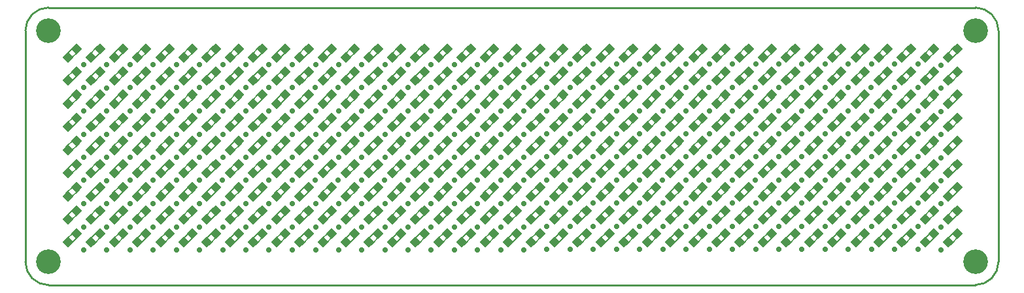
<source format=gts>
G04*
G04 #@! TF.GenerationSoftware,Altium Limited,Altium Designer,18.1.9 (240)*
G04*
G04 Layer_Color=8388736*
%FSLAX44Y44*%
%MOMM*%
G71*
G01*
G75*
%ADD10C,0.1270*%
%ADD11C,0.2540*%
%ADD13P,1.4187X4X270.0*%
%ADD14C,0.7032*%
%ADD15C,3.2032*%
D10*
X1567903Y772496D02*
X1579216Y783810D01*
X1562246Y778153D02*
X1573560Y789467D01*
X1562246Y778153D02*
X1567903Y772496D01*
X1573560Y789467D02*
X1579216Y783810D01*
X1537903Y772496D02*
X1549217Y783810D01*
X1532246Y778153D02*
X1543560Y789467D01*
X1532246Y778153D02*
X1537903Y772496D01*
X1543560Y789467D02*
X1549217Y783810D01*
X1507903Y772496D02*
X1519216Y783810D01*
X1502246Y778153D02*
X1513560Y789467D01*
X1502246Y778153D02*
X1507903Y772496D01*
X1513560Y789467D02*
X1519216Y783810D01*
X1477903Y772496D02*
X1489217Y783810D01*
X1472246Y778153D02*
X1483560Y789467D01*
X1472246Y778153D02*
X1477903Y772496D01*
X1483560Y789467D02*
X1489217Y783810D01*
X1447903Y772496D02*
X1459217Y783810D01*
X1442246Y778153D02*
X1453560Y789467D01*
X1442246Y778153D02*
X1447903Y772496D01*
X1453560Y789467D02*
X1459217Y783810D01*
X1417903Y772496D02*
X1429216Y783810D01*
X1412246Y778153D02*
X1423560Y789467D01*
X1412246Y778153D02*
X1417903Y772496D01*
X1423560Y789467D02*
X1429216Y783810D01*
X1387903Y772496D02*
X1399217Y783810D01*
X1382246Y778153D02*
X1393560Y789467D01*
X1382246Y778153D02*
X1387903Y772496D01*
X1393560Y789467D02*
X1399217Y783810D01*
X1357903Y772496D02*
X1369216Y783810D01*
X1352246Y778153D02*
X1363560Y789467D01*
X1352246Y778153D02*
X1357903Y772496D01*
X1363560Y789467D02*
X1369216Y783810D01*
X1327903Y772496D02*
X1339217Y783810D01*
X1322246Y778153D02*
X1333560Y789467D01*
X1322246Y778153D02*
X1327903Y772496D01*
X1333560Y789467D02*
X1339217Y783810D01*
X1297903Y772496D02*
X1309217Y783810D01*
X1292246Y778153D02*
X1303560Y789467D01*
X1292246Y778153D02*
X1297903Y772496D01*
X1303560Y789467D02*
X1309217Y783810D01*
X1267903Y772496D02*
X1279217Y783810D01*
X1262246Y778153D02*
X1273560Y789467D01*
X1262246Y778153D02*
X1267903Y772496D01*
X1273560Y789467D02*
X1279217Y783810D01*
X1237903Y772496D02*
X1249217Y783810D01*
X1232246Y778153D02*
X1243560Y789467D01*
X1232246Y778153D02*
X1237903Y772496D01*
X1243560Y789467D02*
X1249217Y783810D01*
X1207903Y772496D02*
X1219217Y783810D01*
X1202246Y778153D02*
X1213560Y789467D01*
X1202246Y778153D02*
X1207903Y772496D01*
X1213560Y789467D02*
X1219217Y783810D01*
X1177903Y772496D02*
X1189217Y783810D01*
X1172246Y778153D02*
X1183560Y789467D01*
X1172246Y778153D02*
X1177903Y772496D01*
X1183560Y789467D02*
X1189217Y783810D01*
X1147903Y772496D02*
X1159217Y783810D01*
X1142246Y778153D02*
X1153560Y789467D01*
X1142246Y778153D02*
X1147903Y772496D01*
X1153560Y789467D02*
X1159217Y783810D01*
X1117903Y772496D02*
X1129217Y783810D01*
X1112246Y778153D02*
X1123560Y789467D01*
X1112246Y778153D02*
X1117903Y772496D01*
X1123560Y789467D02*
X1129217Y783810D01*
X1087903Y772496D02*
X1099217Y783810D01*
X1082246Y778153D02*
X1093560Y789467D01*
X1082246Y778153D02*
X1087903Y772496D01*
X1093560Y789467D02*
X1099217Y783810D01*
X1057903Y772496D02*
X1069217Y783810D01*
X1052246Y778153D02*
X1063560Y789467D01*
X1052246Y778153D02*
X1057903Y772496D01*
X1063560Y789467D02*
X1069217Y783810D01*
X1027903Y772496D02*
X1039217Y783810D01*
X1022246Y778153D02*
X1033560Y789467D01*
X1022246Y778153D02*
X1027903Y772496D01*
X1033560Y789467D02*
X1039217Y783810D01*
X997903Y772496D02*
X1009217Y783810D01*
X992246Y778153D02*
X1003560Y789467D01*
X992246Y778153D02*
X997903Y772496D01*
X1003560Y789467D02*
X1009217Y783810D01*
X967903Y772496D02*
X979217Y783810D01*
X962246Y778153D02*
X973560Y789467D01*
X962246Y778153D02*
X967903Y772496D01*
X973560Y789467D02*
X979217Y783810D01*
X937903Y772496D02*
X949217Y783810D01*
X932246Y778153D02*
X943560Y789467D01*
X932246Y778153D02*
X937903Y772496D01*
X943560Y789467D02*
X949217Y783810D01*
X907903Y772496D02*
X919217Y783810D01*
X902246Y778153D02*
X913560Y789467D01*
X902246Y778153D02*
X907903Y772496D01*
X913560Y789467D02*
X919217Y783810D01*
X877903Y772496D02*
X889217Y783810D01*
X872246Y778153D02*
X883560Y789467D01*
X872246Y778153D02*
X877903Y772496D01*
X883560Y789467D02*
X889217Y783810D01*
X847903Y772496D02*
X859217Y783810D01*
X842246Y778153D02*
X853560Y789467D01*
X842246Y778153D02*
X847903Y772496D01*
X853560Y789467D02*
X859217Y783810D01*
X817903Y772496D02*
X829217Y783810D01*
X812246Y778153D02*
X823560Y789467D01*
X812246Y778153D02*
X817903Y772496D01*
X823560Y789467D02*
X829217Y783810D01*
X787903Y772496D02*
X799217Y783810D01*
X782246Y778153D02*
X793560Y789467D01*
X782246Y778153D02*
X787903Y772496D01*
X793560Y789467D02*
X799217Y783810D01*
X757903Y772496D02*
X769217Y783810D01*
X752246Y778153D02*
X763560Y789467D01*
X752246Y778153D02*
X757903Y772496D01*
X763560Y789467D02*
X769217Y783810D01*
X727903Y772496D02*
X739217Y783810D01*
X722246Y778153D02*
X733560Y789467D01*
X722246Y778153D02*
X727903Y772496D01*
X733560Y789467D02*
X739217Y783810D01*
X697903Y772496D02*
X709217Y783810D01*
X692246Y778153D02*
X703560Y789467D01*
X692246Y778153D02*
X697903Y772496D01*
X703560Y789467D02*
X709217Y783810D01*
X667903Y772496D02*
X679217Y783810D01*
X662246Y778153D02*
X673560Y789467D01*
X662246Y778153D02*
X667903Y772496D01*
X673560Y789467D02*
X679217Y783810D01*
X637903Y772496D02*
X649217Y783810D01*
X632246Y778153D02*
X643560Y789467D01*
X632246Y778153D02*
X637903Y772496D01*
X643560Y789467D02*
X649217Y783810D01*
X607903Y772496D02*
X619217Y783810D01*
X602246Y778153D02*
X613560Y789467D01*
X602246Y778153D02*
X607903Y772496D01*
X613560Y789467D02*
X619217Y783810D01*
X577903Y772496D02*
X589217Y783810D01*
X572246Y778153D02*
X583560Y789467D01*
X572246Y778153D02*
X577903Y772496D01*
X583560Y789467D02*
X589217Y783810D01*
X547903Y772496D02*
X559217Y783810D01*
X542246Y778153D02*
X553560Y789467D01*
X542246Y778153D02*
X547903Y772496D01*
X553560Y789467D02*
X559217Y783810D01*
X517903Y772496D02*
X529217Y783810D01*
X512246Y778153D02*
X523560Y789467D01*
X512246Y778153D02*
X517903Y772496D01*
X523560Y789467D02*
X529217Y783810D01*
X487903Y772496D02*
X499217Y783810D01*
X482246Y778153D02*
X493560Y789467D01*
X482246Y778153D02*
X487903Y772496D01*
X493560Y789467D02*
X499217Y783810D01*
X457903Y772496D02*
X469217Y783810D01*
X452246Y778153D02*
X463560Y789467D01*
X452246Y778153D02*
X457903Y772496D01*
X463560Y789467D02*
X469217Y783810D01*
X427903Y772496D02*
X439217Y783810D01*
X422246Y778153D02*
X433560Y789467D01*
X422246Y778153D02*
X427903Y772496D01*
X433560Y789467D02*
X439217Y783810D01*
X1567903Y802496D02*
X1579216Y813810D01*
X1562246Y808153D02*
X1573560Y819467D01*
X1562246Y808153D02*
X1567903Y802496D01*
X1573560Y819467D02*
X1579216Y813810D01*
X1537903Y802496D02*
X1549217Y813810D01*
X1532246Y808153D02*
X1543560Y819467D01*
X1532246Y808153D02*
X1537903Y802496D01*
X1543560Y819467D02*
X1549217Y813810D01*
X1507903Y802496D02*
X1519216Y813810D01*
X1502246Y808153D02*
X1513560Y819467D01*
X1502246Y808153D02*
X1507903Y802496D01*
X1513560Y819467D02*
X1519216Y813810D01*
X1477903Y802496D02*
X1489217Y813810D01*
X1472246Y808153D02*
X1483560Y819467D01*
X1472246Y808153D02*
X1477903Y802496D01*
X1483560Y819467D02*
X1489217Y813810D01*
X1447903Y802496D02*
X1459217Y813810D01*
X1442246Y808153D02*
X1453560Y819467D01*
X1442246Y808153D02*
X1447903Y802496D01*
X1453560Y819467D02*
X1459217Y813810D01*
X1417903Y802496D02*
X1429216Y813810D01*
X1412246Y808153D02*
X1423560Y819467D01*
X1412246Y808153D02*
X1417903Y802496D01*
X1423560Y819467D02*
X1429216Y813810D01*
X1387903Y802496D02*
X1399217Y813810D01*
X1382246Y808153D02*
X1393560Y819467D01*
X1382246Y808153D02*
X1387903Y802496D01*
X1393560Y819467D02*
X1399217Y813810D01*
X1357903Y802496D02*
X1369216Y813810D01*
X1352246Y808153D02*
X1363560Y819467D01*
X1352246Y808153D02*
X1357903Y802496D01*
X1363560Y819467D02*
X1369216Y813810D01*
X1327903Y802496D02*
X1339217Y813810D01*
X1322246Y808153D02*
X1333560Y819467D01*
X1322246Y808153D02*
X1327903Y802496D01*
X1333560Y819467D02*
X1339217Y813810D01*
X1297903Y802496D02*
X1309217Y813810D01*
X1292246Y808153D02*
X1303560Y819467D01*
X1292246Y808153D02*
X1297903Y802496D01*
X1303560Y819467D02*
X1309217Y813810D01*
X1267903Y802496D02*
X1279217Y813810D01*
X1262246Y808153D02*
X1273560Y819467D01*
X1262246Y808153D02*
X1267903Y802496D01*
X1273560Y819467D02*
X1279217Y813810D01*
X1237903Y802496D02*
X1249217Y813810D01*
X1232246Y808153D02*
X1243560Y819467D01*
X1232246Y808153D02*
X1237903Y802496D01*
X1243560Y819467D02*
X1249217Y813810D01*
X1207903Y802496D02*
X1219217Y813810D01*
X1202246Y808153D02*
X1213560Y819467D01*
X1202246Y808153D02*
X1207903Y802496D01*
X1213560Y819467D02*
X1219217Y813810D01*
X1177903Y802496D02*
X1189217Y813810D01*
X1172246Y808153D02*
X1183560Y819467D01*
X1172246Y808153D02*
X1177903Y802496D01*
X1183560Y819467D02*
X1189217Y813810D01*
X1147903Y802496D02*
X1159217Y813810D01*
X1142246Y808153D02*
X1153560Y819467D01*
X1142246Y808153D02*
X1147903Y802496D01*
X1153560Y819467D02*
X1159217Y813810D01*
X1117903Y802496D02*
X1129217Y813810D01*
X1112246Y808153D02*
X1123560Y819467D01*
X1112246Y808153D02*
X1117903Y802496D01*
X1123560Y819467D02*
X1129217Y813810D01*
X1087903Y802496D02*
X1099217Y813810D01*
X1082246Y808153D02*
X1093560Y819467D01*
X1082246Y808153D02*
X1087903Y802496D01*
X1093560Y819467D02*
X1099217Y813810D01*
X1057903Y802496D02*
X1069217Y813810D01*
X1052246Y808153D02*
X1063560Y819467D01*
X1052246Y808153D02*
X1057903Y802496D01*
X1063560Y819467D02*
X1069217Y813810D01*
X1027903Y802496D02*
X1039217Y813810D01*
X1022246Y808153D02*
X1033560Y819467D01*
X1022246Y808153D02*
X1027903Y802496D01*
X1033560Y819467D02*
X1039217Y813810D01*
X997903Y802496D02*
X1009217Y813810D01*
X992246Y808153D02*
X1003560Y819467D01*
X992246Y808153D02*
X997903Y802496D01*
X1003560Y819467D02*
X1009217Y813810D01*
X967903Y802496D02*
X979217Y813810D01*
X962246Y808153D02*
X973560Y819467D01*
X962246Y808153D02*
X967903Y802496D01*
X973560Y819467D02*
X979217Y813810D01*
X937903Y802496D02*
X949217Y813810D01*
X932246Y808153D02*
X943560Y819467D01*
X932246Y808153D02*
X937903Y802496D01*
X943560Y819467D02*
X949217Y813810D01*
X907903Y802496D02*
X919217Y813810D01*
X902246Y808153D02*
X913560Y819467D01*
X902246Y808153D02*
X907903Y802496D01*
X913560Y819467D02*
X919217Y813810D01*
X877903Y802496D02*
X889217Y813810D01*
X872246Y808153D02*
X883560Y819467D01*
X872246Y808153D02*
X877903Y802496D01*
X883560Y819467D02*
X889217Y813810D01*
X847903Y802496D02*
X859217Y813810D01*
X842246Y808153D02*
X853560Y819467D01*
X842246Y808153D02*
X847903Y802496D01*
X853560Y819467D02*
X859217Y813810D01*
X817903Y802496D02*
X829217Y813810D01*
X812246Y808153D02*
X823560Y819467D01*
X812246Y808153D02*
X817903Y802496D01*
X823560Y819467D02*
X829217Y813810D01*
X787903Y802496D02*
X799217Y813810D01*
X782246Y808153D02*
X793560Y819467D01*
X782246Y808153D02*
X787903Y802496D01*
X793560Y819467D02*
X799217Y813810D01*
X757903Y802496D02*
X769217Y813810D01*
X752246Y808153D02*
X763560Y819467D01*
X752246Y808153D02*
X757903Y802496D01*
X763560Y819467D02*
X769217Y813810D01*
X727903Y802496D02*
X739217Y813810D01*
X722246Y808153D02*
X733560Y819467D01*
X722246Y808153D02*
X727903Y802496D01*
X733560Y819467D02*
X739217Y813810D01*
X697903Y802496D02*
X709217Y813810D01*
X692246Y808153D02*
X703560Y819467D01*
X692246Y808153D02*
X697903Y802496D01*
X703560Y819467D02*
X709217Y813810D01*
X667903Y802496D02*
X679217Y813810D01*
X662246Y808153D02*
X673560Y819467D01*
X662246Y808153D02*
X667903Y802496D01*
X673560Y819467D02*
X679217Y813810D01*
X637903Y802496D02*
X649217Y813810D01*
X632246Y808153D02*
X643560Y819467D01*
X632246Y808153D02*
X637903Y802496D01*
X643560Y819467D02*
X649217Y813810D01*
X607903Y802496D02*
X619217Y813810D01*
X602246Y808153D02*
X613560Y819467D01*
X602246Y808153D02*
X607903Y802496D01*
X613560Y819467D02*
X619217Y813810D01*
X577903Y802496D02*
X589217Y813810D01*
X572246Y808153D02*
X583560Y819467D01*
X572246Y808153D02*
X577903Y802496D01*
X583560Y819467D02*
X589217Y813810D01*
X547903Y802496D02*
X559217Y813810D01*
X542246Y808153D02*
X553560Y819467D01*
X542246Y808153D02*
X547903Y802496D01*
X553560Y819467D02*
X559217Y813810D01*
X517903Y802496D02*
X529217Y813810D01*
X512246Y808153D02*
X523560Y819467D01*
X512246Y808153D02*
X517903Y802496D01*
X523560Y819467D02*
X529217Y813810D01*
X487903Y802496D02*
X499217Y813810D01*
X482246Y808153D02*
X493560Y819467D01*
X482246Y808153D02*
X487903Y802496D01*
X493560Y819467D02*
X499217Y813810D01*
X457903Y802496D02*
X469217Y813810D01*
X452246Y808153D02*
X463560Y819467D01*
X452246Y808153D02*
X457903Y802496D01*
X463560Y819467D02*
X469217Y813810D01*
X427903Y802496D02*
X439217Y813810D01*
X422246Y808153D02*
X433560Y819467D01*
X422246Y808153D02*
X427903Y802496D01*
X433560Y819467D02*
X439217Y813810D01*
X1567903Y832496D02*
X1579216Y843810D01*
X1562246Y838153D02*
X1573560Y849467D01*
X1562246Y838153D02*
X1567903Y832496D01*
X1573560Y849467D02*
X1579216Y843810D01*
X1537903Y832496D02*
X1549217Y843810D01*
X1532246Y838153D02*
X1543560Y849467D01*
X1532246Y838153D02*
X1537903Y832496D01*
X1543560Y849467D02*
X1549217Y843810D01*
X1507903Y832496D02*
X1519216Y843810D01*
X1502246Y838153D02*
X1513560Y849467D01*
X1502246Y838153D02*
X1507903Y832496D01*
X1513560Y849467D02*
X1519216Y843810D01*
X1477903Y832496D02*
X1489217Y843810D01*
X1472246Y838153D02*
X1483560Y849467D01*
X1472246Y838153D02*
X1477903Y832496D01*
X1483560Y849467D02*
X1489217Y843810D01*
X1447903Y832496D02*
X1459217Y843810D01*
X1442246Y838153D02*
X1453560Y849467D01*
X1442246Y838153D02*
X1447903Y832496D01*
X1453560Y849467D02*
X1459217Y843810D01*
X1417903Y832496D02*
X1429216Y843810D01*
X1412246Y838153D02*
X1423560Y849467D01*
X1412246Y838153D02*
X1417903Y832496D01*
X1423560Y849467D02*
X1429216Y843810D01*
X1387903Y832496D02*
X1399217Y843810D01*
X1382246Y838153D02*
X1393560Y849467D01*
X1382246Y838153D02*
X1387903Y832496D01*
X1393560Y849467D02*
X1399217Y843810D01*
X1357903Y832496D02*
X1369216Y843810D01*
X1352246Y838153D02*
X1363560Y849467D01*
X1352246Y838153D02*
X1357903Y832496D01*
X1363560Y849467D02*
X1369216Y843810D01*
X1327903Y832496D02*
X1339217Y843810D01*
X1322246Y838153D02*
X1333560Y849467D01*
X1322246Y838153D02*
X1327903Y832496D01*
X1333560Y849467D02*
X1339217Y843810D01*
X1297903Y832496D02*
X1309217Y843810D01*
X1292246Y838153D02*
X1303560Y849467D01*
X1292246Y838153D02*
X1297903Y832496D01*
X1303560Y849467D02*
X1309217Y843810D01*
X1267903Y832496D02*
X1279217Y843810D01*
X1262246Y838153D02*
X1273560Y849467D01*
X1262246Y838153D02*
X1267903Y832496D01*
X1273560Y849467D02*
X1279217Y843810D01*
X1237903Y832496D02*
X1249217Y843810D01*
X1232246Y838153D02*
X1243560Y849467D01*
X1232246Y838153D02*
X1237903Y832496D01*
X1243560Y849467D02*
X1249217Y843810D01*
X1207903Y832496D02*
X1219217Y843810D01*
X1202246Y838153D02*
X1213560Y849467D01*
X1202246Y838153D02*
X1207903Y832496D01*
X1213560Y849467D02*
X1219217Y843810D01*
X1177903Y832496D02*
X1189217Y843810D01*
X1172246Y838153D02*
X1183560Y849467D01*
X1172246Y838153D02*
X1177903Y832496D01*
X1183560Y849467D02*
X1189217Y843810D01*
X1147903Y832496D02*
X1159217Y843810D01*
X1142246Y838153D02*
X1153560Y849467D01*
X1142246Y838153D02*
X1147903Y832496D01*
X1153560Y849467D02*
X1159217Y843810D01*
X1117903Y832496D02*
X1129217Y843810D01*
X1112246Y838153D02*
X1123560Y849467D01*
X1112246Y838153D02*
X1117903Y832496D01*
X1123560Y849467D02*
X1129217Y843810D01*
X1087903Y832496D02*
X1099217Y843810D01*
X1082246Y838153D02*
X1093560Y849467D01*
X1082246Y838153D02*
X1087903Y832496D01*
X1093560Y849467D02*
X1099217Y843810D01*
X1057903Y832496D02*
X1069217Y843810D01*
X1052246Y838153D02*
X1063560Y849467D01*
X1052246Y838153D02*
X1057903Y832496D01*
X1063560Y849467D02*
X1069217Y843810D01*
X1027903Y832496D02*
X1039217Y843810D01*
X1022246Y838153D02*
X1033560Y849467D01*
X1022246Y838153D02*
X1027903Y832496D01*
X1033560Y849467D02*
X1039217Y843810D01*
X997903Y832496D02*
X1009217Y843810D01*
X992246Y838153D02*
X1003560Y849467D01*
X992246Y838153D02*
X997903Y832496D01*
X1003560Y849467D02*
X1009217Y843810D01*
X967903Y832496D02*
X979217Y843810D01*
X962246Y838153D02*
X973560Y849467D01*
X962246Y838153D02*
X967903Y832496D01*
X973560Y849467D02*
X979217Y843810D01*
X937903Y832496D02*
X949217Y843810D01*
X932246Y838153D02*
X943560Y849467D01*
X932246Y838153D02*
X937903Y832496D01*
X943560Y849467D02*
X949217Y843810D01*
X907903Y832496D02*
X919217Y843810D01*
X902246Y838153D02*
X913560Y849467D01*
X902246Y838153D02*
X907903Y832496D01*
X913560Y849467D02*
X919217Y843810D01*
X877903Y832496D02*
X889217Y843810D01*
X872246Y838153D02*
X883560Y849467D01*
X872246Y838153D02*
X877903Y832496D01*
X883560Y849467D02*
X889217Y843810D01*
X847903Y832496D02*
X859217Y843810D01*
X842246Y838153D02*
X853560Y849467D01*
X842246Y838153D02*
X847903Y832496D01*
X853560Y849467D02*
X859217Y843810D01*
X817903Y832496D02*
X829217Y843810D01*
X812246Y838153D02*
X823560Y849467D01*
X812246Y838153D02*
X817903Y832496D01*
X823560Y849467D02*
X829217Y843810D01*
X787903Y832496D02*
X799217Y843810D01*
X782246Y838153D02*
X793560Y849467D01*
X782246Y838153D02*
X787903Y832496D01*
X793560Y849467D02*
X799217Y843810D01*
X757903Y832496D02*
X769217Y843810D01*
X752246Y838153D02*
X763560Y849467D01*
X752246Y838153D02*
X757903Y832496D01*
X763560Y849467D02*
X769217Y843810D01*
X727903Y832496D02*
X739217Y843810D01*
X722246Y838153D02*
X733560Y849467D01*
X722246Y838153D02*
X727903Y832496D01*
X733560Y849467D02*
X739217Y843810D01*
X697903Y832496D02*
X709217Y843810D01*
X692246Y838153D02*
X703560Y849467D01*
X692246Y838153D02*
X697903Y832496D01*
X703560Y849467D02*
X709217Y843810D01*
X667903Y832496D02*
X679217Y843810D01*
X662246Y838153D02*
X673560Y849467D01*
X662246Y838153D02*
X667903Y832496D01*
X673560Y849467D02*
X679217Y843810D01*
X637903Y832496D02*
X649217Y843810D01*
X632246Y838153D02*
X643560Y849467D01*
X632246Y838153D02*
X637903Y832496D01*
X643560Y849467D02*
X649217Y843810D01*
X607903Y832496D02*
X619217Y843810D01*
X602246Y838153D02*
X613560Y849467D01*
X602246Y838153D02*
X607903Y832496D01*
X613560Y849467D02*
X619217Y843810D01*
X577903Y832496D02*
X589217Y843810D01*
X572246Y838153D02*
X583560Y849467D01*
X572246Y838153D02*
X577903Y832496D01*
X583560Y849467D02*
X589217Y843810D01*
X547903Y832496D02*
X559217Y843810D01*
X542246Y838153D02*
X553560Y849467D01*
X542246Y838153D02*
X547903Y832496D01*
X553560Y849467D02*
X559217Y843810D01*
X517903Y832496D02*
X529217Y843810D01*
X512246Y838153D02*
X523560Y849467D01*
X512246Y838153D02*
X517903Y832496D01*
X523560Y849467D02*
X529217Y843810D01*
X487903Y832496D02*
X499217Y843810D01*
X482246Y838153D02*
X493560Y849467D01*
X482246Y838153D02*
X487903Y832496D01*
X493560Y849467D02*
X499217Y843810D01*
X457903Y832496D02*
X469217Y843810D01*
X452246Y838153D02*
X463560Y849467D01*
X452246Y838153D02*
X457903Y832496D01*
X463560Y849467D02*
X469217Y843810D01*
X427903Y832496D02*
X439217Y843810D01*
X422246Y838153D02*
X433560Y849467D01*
X422246Y838153D02*
X427903Y832496D01*
X433560Y849467D02*
X439217Y843810D01*
X1567903Y862496D02*
X1579216Y873810D01*
X1562246Y868153D02*
X1573560Y879467D01*
X1562246Y868153D02*
X1567903Y862496D01*
X1573560Y879467D02*
X1579216Y873810D01*
X1537903Y862496D02*
X1549217Y873810D01*
X1532246Y868153D02*
X1543560Y879467D01*
X1532246Y868153D02*
X1537903Y862496D01*
X1543560Y879467D02*
X1549217Y873810D01*
X1507903Y862496D02*
X1519216Y873810D01*
X1502246Y868153D02*
X1513560Y879467D01*
X1502246Y868153D02*
X1507903Y862496D01*
X1513560Y879467D02*
X1519216Y873810D01*
X1477903Y862496D02*
X1489217Y873810D01*
X1472246Y868153D02*
X1483560Y879467D01*
X1472246Y868153D02*
X1477903Y862496D01*
X1483560Y879467D02*
X1489217Y873810D01*
X1447903Y862496D02*
X1459217Y873810D01*
X1442246Y868153D02*
X1453560Y879467D01*
X1442246Y868153D02*
X1447903Y862496D01*
X1453560Y879467D02*
X1459217Y873810D01*
X1417903Y862496D02*
X1429216Y873810D01*
X1412246Y868153D02*
X1423560Y879467D01*
X1412246Y868153D02*
X1417903Y862496D01*
X1423560Y879467D02*
X1429216Y873810D01*
X1387903Y862496D02*
X1399217Y873810D01*
X1382246Y868153D02*
X1393560Y879467D01*
X1382246Y868153D02*
X1387903Y862496D01*
X1393560Y879467D02*
X1399217Y873810D01*
X1357903Y862496D02*
X1369216Y873810D01*
X1352246Y868153D02*
X1363560Y879467D01*
X1352246Y868153D02*
X1357903Y862496D01*
X1363560Y879467D02*
X1369216Y873810D01*
X1327903Y862496D02*
X1339217Y873810D01*
X1322246Y868153D02*
X1333560Y879467D01*
X1322246Y868153D02*
X1327903Y862496D01*
X1333560Y879467D02*
X1339217Y873810D01*
X1297903Y862496D02*
X1309217Y873810D01*
X1292246Y868153D02*
X1303560Y879467D01*
X1292246Y868153D02*
X1297903Y862496D01*
X1303560Y879467D02*
X1309217Y873810D01*
X1267903Y862496D02*
X1279217Y873810D01*
X1262246Y868153D02*
X1273560Y879467D01*
X1262246Y868153D02*
X1267903Y862496D01*
X1273560Y879467D02*
X1279217Y873810D01*
X1237903Y862496D02*
X1249217Y873810D01*
X1232246Y868153D02*
X1243560Y879467D01*
X1232246Y868153D02*
X1237903Y862496D01*
X1243560Y879467D02*
X1249217Y873810D01*
X1207903Y862496D02*
X1219217Y873810D01*
X1202246Y868153D02*
X1213560Y879467D01*
X1202246Y868153D02*
X1207903Y862496D01*
X1213560Y879467D02*
X1219217Y873810D01*
X1177903Y862496D02*
X1189217Y873810D01*
X1172246Y868153D02*
X1183560Y879467D01*
X1172246Y868153D02*
X1177903Y862496D01*
X1183560Y879467D02*
X1189217Y873810D01*
X1147903Y862496D02*
X1159217Y873810D01*
X1142246Y868153D02*
X1153560Y879467D01*
X1142246Y868153D02*
X1147903Y862496D01*
X1153560Y879467D02*
X1159217Y873810D01*
X1117903Y862496D02*
X1129217Y873810D01*
X1112246Y868153D02*
X1123560Y879467D01*
X1112246Y868153D02*
X1117903Y862496D01*
X1123560Y879467D02*
X1129217Y873810D01*
X1087903Y862496D02*
X1099217Y873810D01*
X1082246Y868153D02*
X1093560Y879467D01*
X1082246Y868153D02*
X1087903Y862496D01*
X1093560Y879467D02*
X1099217Y873810D01*
X1057903Y862496D02*
X1069217Y873810D01*
X1052246Y868153D02*
X1063560Y879467D01*
X1052246Y868153D02*
X1057903Y862496D01*
X1063560Y879467D02*
X1069217Y873810D01*
X1027903Y862496D02*
X1039217Y873810D01*
X1022246Y868153D02*
X1033560Y879467D01*
X1022246Y868153D02*
X1027903Y862496D01*
X1033560Y879467D02*
X1039217Y873810D01*
X997903Y862496D02*
X1009217Y873810D01*
X992246Y868153D02*
X1003560Y879467D01*
X992246Y868153D02*
X997903Y862496D01*
X1003560Y879467D02*
X1009217Y873810D01*
X967903Y862496D02*
X979217Y873810D01*
X962246Y868153D02*
X973560Y879467D01*
X962246Y868153D02*
X967903Y862496D01*
X973560Y879467D02*
X979217Y873810D01*
X937903Y862496D02*
X949217Y873810D01*
X932246Y868153D02*
X943560Y879467D01*
X932246Y868153D02*
X937903Y862496D01*
X943560Y879467D02*
X949217Y873810D01*
X907903Y862496D02*
X919217Y873810D01*
X902246Y868153D02*
X913560Y879467D01*
X902246Y868153D02*
X907903Y862496D01*
X913560Y879467D02*
X919217Y873810D01*
X877903Y862496D02*
X889217Y873810D01*
X872246Y868153D02*
X883560Y879467D01*
X872246Y868153D02*
X877903Y862496D01*
X883560Y879467D02*
X889217Y873810D01*
X847903Y862496D02*
X859217Y873810D01*
X842246Y868153D02*
X853560Y879467D01*
X842246Y868153D02*
X847903Y862496D01*
X853560Y879467D02*
X859217Y873810D01*
X817903Y862496D02*
X829217Y873810D01*
X812246Y868153D02*
X823560Y879467D01*
X812246Y868153D02*
X817903Y862496D01*
X823560Y879467D02*
X829217Y873810D01*
X787903Y862496D02*
X799217Y873810D01*
X782246Y868153D02*
X793560Y879467D01*
X782246Y868153D02*
X787903Y862496D01*
X793560Y879467D02*
X799217Y873810D01*
X757903Y862496D02*
X769217Y873810D01*
X752246Y868153D02*
X763560Y879467D01*
X752246Y868153D02*
X757903Y862496D01*
X763560Y879467D02*
X769217Y873810D01*
X727903Y862496D02*
X739217Y873810D01*
X722246Y868153D02*
X733560Y879467D01*
X722246Y868153D02*
X727903Y862496D01*
X733560Y879467D02*
X739217Y873810D01*
X697903Y862496D02*
X709217Y873810D01*
X692246Y868153D02*
X703560Y879467D01*
X692246Y868153D02*
X697903Y862496D01*
X703560Y879467D02*
X709217Y873810D01*
X667903Y862496D02*
X679217Y873810D01*
X662246Y868153D02*
X673560Y879467D01*
X662246Y868153D02*
X667903Y862496D01*
X673560Y879467D02*
X679217Y873810D01*
X637903Y862496D02*
X649217Y873810D01*
X632246Y868153D02*
X643560Y879467D01*
X632246Y868153D02*
X637903Y862496D01*
X643560Y879467D02*
X649217Y873810D01*
X607903Y862496D02*
X619217Y873810D01*
X602246Y868153D02*
X613560Y879467D01*
X602246Y868153D02*
X607903Y862496D01*
X613560Y879467D02*
X619217Y873810D01*
X577903Y862496D02*
X589217Y873810D01*
X572246Y868153D02*
X583560Y879467D01*
X572246Y868153D02*
X577903Y862496D01*
X583560Y879467D02*
X589217Y873810D01*
X547903Y862496D02*
X559217Y873810D01*
X542246Y868153D02*
X553560Y879467D01*
X542246Y868153D02*
X547903Y862496D01*
X553560Y879467D02*
X559217Y873810D01*
X517903Y862496D02*
X529217Y873810D01*
X512246Y868153D02*
X523560Y879467D01*
X512246Y868153D02*
X517903Y862496D01*
X523560Y879467D02*
X529217Y873810D01*
X487903Y862496D02*
X499217Y873810D01*
X482246Y868153D02*
X493560Y879467D01*
X482246Y868153D02*
X487903Y862496D01*
X493560Y879467D02*
X499217Y873810D01*
X457903Y862496D02*
X469217Y873810D01*
X452246Y868153D02*
X463560Y879467D01*
X452246Y868153D02*
X457903Y862496D01*
X463560Y879467D02*
X469217Y873810D01*
X427903Y862496D02*
X439217Y873810D01*
X422246Y868153D02*
X433560Y879467D01*
X422246Y868153D02*
X427903Y862496D01*
X433560Y879467D02*
X439217Y873810D01*
X1567903Y892496D02*
X1579216Y903810D01*
X1562246Y898153D02*
X1573560Y909467D01*
X1562246Y898153D02*
X1567903Y892496D01*
X1573560Y909467D02*
X1579216Y903810D01*
X1537903Y892496D02*
X1549217Y903810D01*
X1532246Y898153D02*
X1543560Y909467D01*
X1532246Y898153D02*
X1537903Y892496D01*
X1543560Y909467D02*
X1549217Y903810D01*
X1507903Y892496D02*
X1519216Y903810D01*
X1502246Y898153D02*
X1513560Y909467D01*
X1502246Y898153D02*
X1507903Y892496D01*
X1513560Y909467D02*
X1519216Y903810D01*
X1477903Y892496D02*
X1489217Y903810D01*
X1472246Y898153D02*
X1483560Y909467D01*
X1472246Y898153D02*
X1477903Y892496D01*
X1483560Y909467D02*
X1489217Y903810D01*
X1447903Y892496D02*
X1459217Y903810D01*
X1442246Y898153D02*
X1453560Y909467D01*
X1442246Y898153D02*
X1447903Y892496D01*
X1453560Y909467D02*
X1459217Y903810D01*
X1417903Y892496D02*
X1429216Y903810D01*
X1412246Y898153D02*
X1423560Y909467D01*
X1412246Y898153D02*
X1417903Y892496D01*
X1423560Y909467D02*
X1429216Y903810D01*
X1387903Y892496D02*
X1399217Y903810D01*
X1382246Y898153D02*
X1393560Y909467D01*
X1382246Y898153D02*
X1387903Y892496D01*
X1393560Y909467D02*
X1399217Y903810D01*
X1357903Y892496D02*
X1369216Y903810D01*
X1352246Y898153D02*
X1363560Y909467D01*
X1352246Y898153D02*
X1357903Y892496D01*
X1363560Y909467D02*
X1369216Y903810D01*
X1327903Y892496D02*
X1339217Y903810D01*
X1322246Y898153D02*
X1333560Y909467D01*
X1322246Y898153D02*
X1327903Y892496D01*
X1333560Y909467D02*
X1339217Y903810D01*
X1297903Y892496D02*
X1309217Y903810D01*
X1292246Y898153D02*
X1303560Y909467D01*
X1292246Y898153D02*
X1297903Y892496D01*
X1303560Y909467D02*
X1309217Y903810D01*
X1267903Y892496D02*
X1279217Y903810D01*
X1262246Y898153D02*
X1273560Y909467D01*
X1262246Y898153D02*
X1267903Y892496D01*
X1273560Y909467D02*
X1279217Y903810D01*
X1237903Y892496D02*
X1249217Y903810D01*
X1232246Y898153D02*
X1243560Y909467D01*
X1232246Y898153D02*
X1237903Y892496D01*
X1243560Y909467D02*
X1249217Y903810D01*
X1207903Y892496D02*
X1219217Y903810D01*
X1202246Y898153D02*
X1213560Y909467D01*
X1202246Y898153D02*
X1207903Y892496D01*
X1213560Y909467D02*
X1219217Y903810D01*
X1177903Y892496D02*
X1189217Y903810D01*
X1172246Y898153D02*
X1183560Y909467D01*
X1172246Y898153D02*
X1177903Y892496D01*
X1183560Y909467D02*
X1189217Y903810D01*
X1147903Y892496D02*
X1159217Y903810D01*
X1142246Y898153D02*
X1153560Y909467D01*
X1142246Y898153D02*
X1147903Y892496D01*
X1153560Y909467D02*
X1159217Y903810D01*
X1117903Y892496D02*
X1129217Y903810D01*
X1112246Y898153D02*
X1123560Y909467D01*
X1112246Y898153D02*
X1117903Y892496D01*
X1123560Y909467D02*
X1129217Y903810D01*
X1087903Y892496D02*
X1099217Y903810D01*
X1082246Y898153D02*
X1093560Y909467D01*
X1082246Y898153D02*
X1087903Y892496D01*
X1093560Y909467D02*
X1099217Y903810D01*
X1057903Y892496D02*
X1069217Y903810D01*
X1052246Y898153D02*
X1063560Y909467D01*
X1052246Y898153D02*
X1057903Y892496D01*
X1063560Y909467D02*
X1069217Y903810D01*
X1027903Y892496D02*
X1039217Y903810D01*
X1022246Y898153D02*
X1033560Y909467D01*
X1022246Y898153D02*
X1027903Y892496D01*
X1033560Y909467D02*
X1039217Y903810D01*
X997903Y892496D02*
X1009217Y903810D01*
X992246Y898153D02*
X1003560Y909467D01*
X992246Y898153D02*
X997903Y892496D01*
X1003560Y909467D02*
X1009217Y903810D01*
X967903Y892496D02*
X979217Y903810D01*
X962246Y898153D02*
X973560Y909467D01*
X962246Y898153D02*
X967903Y892496D01*
X973560Y909467D02*
X979217Y903810D01*
X937903Y892496D02*
X949217Y903810D01*
X932246Y898153D02*
X943560Y909467D01*
X932246Y898153D02*
X937903Y892496D01*
X943560Y909467D02*
X949217Y903810D01*
X907903Y892496D02*
X919217Y903810D01*
X902246Y898153D02*
X913560Y909467D01*
X902246Y898153D02*
X907903Y892496D01*
X913560Y909467D02*
X919217Y903810D01*
X877903Y892496D02*
X889217Y903810D01*
X872246Y898153D02*
X883560Y909467D01*
X872246Y898153D02*
X877903Y892496D01*
X883560Y909467D02*
X889217Y903810D01*
X847903Y892496D02*
X859217Y903810D01*
X842246Y898153D02*
X853560Y909467D01*
X842246Y898153D02*
X847903Y892496D01*
X853560Y909467D02*
X859217Y903810D01*
X817903Y892496D02*
X829217Y903810D01*
X812246Y898153D02*
X823560Y909467D01*
X812246Y898153D02*
X817903Y892496D01*
X823560Y909467D02*
X829217Y903810D01*
X787903Y892496D02*
X799217Y903810D01*
X782246Y898153D02*
X793560Y909467D01*
X782246Y898153D02*
X787903Y892496D01*
X793560Y909467D02*
X799217Y903810D01*
X757903Y892496D02*
X769217Y903810D01*
X752246Y898153D02*
X763560Y909467D01*
X752246Y898153D02*
X757903Y892496D01*
X763560Y909467D02*
X769217Y903810D01*
X727903Y892496D02*
X739217Y903810D01*
X722246Y898153D02*
X733560Y909467D01*
X722246Y898153D02*
X727903Y892496D01*
X733560Y909467D02*
X739217Y903810D01*
X697903Y892496D02*
X709217Y903810D01*
X692246Y898153D02*
X703560Y909467D01*
X692246Y898153D02*
X697903Y892496D01*
X703560Y909467D02*
X709217Y903810D01*
X667903Y892496D02*
X679217Y903810D01*
X662246Y898153D02*
X673560Y909467D01*
X662246Y898153D02*
X667903Y892496D01*
X673560Y909467D02*
X679217Y903810D01*
X637903Y892496D02*
X649217Y903810D01*
X632246Y898153D02*
X643560Y909467D01*
X632246Y898153D02*
X637903Y892496D01*
X643560Y909467D02*
X649217Y903810D01*
X607903Y892496D02*
X619217Y903810D01*
X602246Y898153D02*
X613560Y909467D01*
X602246Y898153D02*
X607903Y892496D01*
X613560Y909467D02*
X619217Y903810D01*
X577903Y892496D02*
X589217Y903810D01*
X572246Y898153D02*
X583560Y909467D01*
X572246Y898153D02*
X577903Y892496D01*
X583560Y909467D02*
X589217Y903810D01*
X547903Y892496D02*
X559217Y903810D01*
X542246Y898153D02*
X553560Y909467D01*
X542246Y898153D02*
X547903Y892496D01*
X553560Y909467D02*
X559217Y903810D01*
X517903Y892496D02*
X529217Y903810D01*
X512246Y898153D02*
X523560Y909467D01*
X512246Y898153D02*
X517903Y892496D01*
X523560Y909467D02*
X529217Y903810D01*
X487903Y892496D02*
X499217Y903810D01*
X482246Y898153D02*
X493560Y909467D01*
X482246Y898153D02*
X487903Y892496D01*
X493560Y909467D02*
X499217Y903810D01*
X457903Y892496D02*
X469217Y903810D01*
X452246Y898153D02*
X463560Y909467D01*
X452246Y898153D02*
X457903Y892496D01*
X463560Y909467D02*
X469217Y903810D01*
X427903Y892496D02*
X439217Y903810D01*
X422246Y898153D02*
X433560Y909467D01*
X422246Y898153D02*
X427903Y892496D01*
X433560Y909467D02*
X439217Y903810D01*
X1567903Y922496D02*
X1579216Y933810D01*
X1562246Y928153D02*
X1573560Y939467D01*
X1562246Y928153D02*
X1567903Y922496D01*
X1573560Y939467D02*
X1579216Y933810D01*
X1537903Y922496D02*
X1549217Y933810D01*
X1532246Y928153D02*
X1543560Y939467D01*
X1532246Y928153D02*
X1537903Y922496D01*
X1543560Y939467D02*
X1549217Y933810D01*
X1507903Y922496D02*
X1519216Y933810D01*
X1502246Y928153D02*
X1513560Y939467D01*
X1502246Y928153D02*
X1507903Y922496D01*
X1513560Y939467D02*
X1519216Y933810D01*
X1477903Y922496D02*
X1489217Y933810D01*
X1472246Y928153D02*
X1483560Y939467D01*
X1472246Y928153D02*
X1477903Y922496D01*
X1483560Y939467D02*
X1489217Y933810D01*
X1447903Y922496D02*
X1459217Y933810D01*
X1442246Y928153D02*
X1453560Y939467D01*
X1442246Y928153D02*
X1447903Y922496D01*
X1453560Y939467D02*
X1459217Y933810D01*
X1417903Y922496D02*
X1429216Y933810D01*
X1412246Y928153D02*
X1423560Y939467D01*
X1412246Y928153D02*
X1417903Y922496D01*
X1423560Y939467D02*
X1429216Y933810D01*
X1387903Y922496D02*
X1399217Y933810D01*
X1382246Y928153D02*
X1393560Y939467D01*
X1382246Y928153D02*
X1387903Y922496D01*
X1393560Y939467D02*
X1399217Y933810D01*
X1357903Y922496D02*
X1369216Y933810D01*
X1352246Y928153D02*
X1363560Y939467D01*
X1352246Y928153D02*
X1357903Y922496D01*
X1363560Y939467D02*
X1369216Y933810D01*
X1327903Y922496D02*
X1339217Y933810D01*
X1322246Y928153D02*
X1333560Y939467D01*
X1322246Y928153D02*
X1327903Y922496D01*
X1333560Y939467D02*
X1339217Y933810D01*
X1297903Y922496D02*
X1309217Y933810D01*
X1292246Y928153D02*
X1303560Y939467D01*
X1292246Y928153D02*
X1297903Y922496D01*
X1303560Y939467D02*
X1309217Y933810D01*
X1267903Y922496D02*
X1279217Y933810D01*
X1262246Y928153D02*
X1273560Y939467D01*
X1262246Y928153D02*
X1267903Y922496D01*
X1273560Y939467D02*
X1279217Y933810D01*
X1237903Y922496D02*
X1249217Y933810D01*
X1232246Y928153D02*
X1243560Y939467D01*
X1232246Y928153D02*
X1237903Y922496D01*
X1243560Y939467D02*
X1249217Y933810D01*
X1207903Y922496D02*
X1219217Y933810D01*
X1202246Y928153D02*
X1213560Y939467D01*
X1202246Y928153D02*
X1207903Y922496D01*
X1213560Y939467D02*
X1219217Y933810D01*
X1177903Y922496D02*
X1189217Y933810D01*
X1172246Y928153D02*
X1183560Y939467D01*
X1172246Y928153D02*
X1177903Y922496D01*
X1183560Y939467D02*
X1189217Y933810D01*
X1147903Y922496D02*
X1159217Y933810D01*
X1142246Y928153D02*
X1153560Y939467D01*
X1142246Y928153D02*
X1147903Y922496D01*
X1153560Y939467D02*
X1159217Y933810D01*
X1117903Y922496D02*
X1129217Y933810D01*
X1112246Y928153D02*
X1123560Y939467D01*
X1112246Y928153D02*
X1117903Y922496D01*
X1123560Y939467D02*
X1129217Y933810D01*
X1087903Y922496D02*
X1099217Y933810D01*
X1082246Y928153D02*
X1093560Y939467D01*
X1082246Y928153D02*
X1087903Y922496D01*
X1093560Y939467D02*
X1099217Y933810D01*
X1057903Y922496D02*
X1069217Y933810D01*
X1052246Y928153D02*
X1063560Y939467D01*
X1052246Y928153D02*
X1057903Y922496D01*
X1063560Y939467D02*
X1069217Y933810D01*
X1027903Y922496D02*
X1039217Y933810D01*
X1022246Y928153D02*
X1033560Y939467D01*
X1022246Y928153D02*
X1027903Y922496D01*
X1033560Y939467D02*
X1039217Y933810D01*
X997903Y922496D02*
X1009217Y933810D01*
X992246Y928153D02*
X1003560Y939467D01*
X992246Y928153D02*
X997903Y922496D01*
X1003560Y939467D02*
X1009217Y933810D01*
X967903Y922496D02*
X979217Y933810D01*
X962246Y928153D02*
X973560Y939467D01*
X962246Y928153D02*
X967903Y922496D01*
X973560Y939467D02*
X979217Y933810D01*
X937903Y922496D02*
X949217Y933810D01*
X932246Y928153D02*
X943560Y939467D01*
X932246Y928153D02*
X937903Y922496D01*
X943560Y939467D02*
X949217Y933810D01*
X907903Y922496D02*
X919217Y933810D01*
X902246Y928153D02*
X913560Y939467D01*
X902246Y928153D02*
X907903Y922496D01*
X913560Y939467D02*
X919217Y933810D01*
X877903Y922496D02*
X889217Y933810D01*
X872246Y928153D02*
X883560Y939467D01*
X872246Y928153D02*
X877903Y922496D01*
X883560Y939467D02*
X889217Y933810D01*
X847903Y922496D02*
X859217Y933810D01*
X842246Y928153D02*
X853560Y939467D01*
X842246Y928153D02*
X847903Y922496D01*
X853560Y939467D02*
X859217Y933810D01*
X817903Y922496D02*
X829217Y933810D01*
X812246Y928153D02*
X823560Y939467D01*
X812246Y928153D02*
X817903Y922496D01*
X823560Y939467D02*
X829217Y933810D01*
X787903Y922496D02*
X799217Y933810D01*
X782246Y928153D02*
X793560Y939467D01*
X782246Y928153D02*
X787903Y922496D01*
X793560Y939467D02*
X799217Y933810D01*
X757903Y922496D02*
X769217Y933810D01*
X752246Y928153D02*
X763560Y939467D01*
X752246Y928153D02*
X757903Y922496D01*
X763560Y939467D02*
X769217Y933810D01*
X727903Y922496D02*
X739217Y933810D01*
X722246Y928153D02*
X733560Y939467D01*
X722246Y928153D02*
X727903Y922496D01*
X733560Y939467D02*
X739217Y933810D01*
X697903Y922496D02*
X709217Y933810D01*
X692246Y928153D02*
X703560Y939467D01*
X692246Y928153D02*
X697903Y922496D01*
X703560Y939467D02*
X709217Y933810D01*
X667903Y922496D02*
X679217Y933810D01*
X662246Y928153D02*
X673560Y939467D01*
X662246Y928153D02*
X667903Y922496D01*
X673560Y939467D02*
X679217Y933810D01*
X637903Y922496D02*
X649217Y933810D01*
X632246Y928153D02*
X643560Y939467D01*
X632246Y928153D02*
X637903Y922496D01*
X643560Y939467D02*
X649217Y933810D01*
X607903Y922496D02*
X619217Y933810D01*
X602246Y928153D02*
X613560Y939467D01*
X602246Y928153D02*
X607903Y922496D01*
X613560Y939467D02*
X619217Y933810D01*
X577903Y922496D02*
X589217Y933810D01*
X572246Y928153D02*
X583560Y939467D01*
X572246Y928153D02*
X577903Y922496D01*
X583560Y939467D02*
X589217Y933810D01*
X547903Y922496D02*
X559217Y933810D01*
X542246Y928153D02*
X553560Y939467D01*
X542246Y928153D02*
X547903Y922496D01*
X553560Y939467D02*
X559217Y933810D01*
X517903Y922496D02*
X529217Y933810D01*
X512246Y928153D02*
X523560Y939467D01*
X512246Y928153D02*
X517903Y922496D01*
X523560Y939467D02*
X529217Y933810D01*
X487903Y922496D02*
X499217Y933810D01*
X482246Y928153D02*
X493560Y939467D01*
X482246Y928153D02*
X487903Y922496D01*
X493560Y939467D02*
X499217Y933810D01*
X457903Y922496D02*
X469217Y933810D01*
X452246Y928153D02*
X463560Y939467D01*
X452246Y928153D02*
X457903Y922496D01*
X463560Y939467D02*
X469217Y933810D01*
X427903Y922496D02*
X439217Y933810D01*
X422246Y928153D02*
X433560Y939467D01*
X422246Y928153D02*
X427903Y922496D01*
X433560Y939467D02*
X439217Y933810D01*
X1567903Y952496D02*
X1579216Y963810D01*
X1562246Y958153D02*
X1573560Y969467D01*
X1562246Y958153D02*
X1567903Y952496D01*
X1573560Y969467D02*
X1579216Y963810D01*
X1537903Y952496D02*
X1549217Y963810D01*
X1532246Y958153D02*
X1543560Y969467D01*
X1532246Y958153D02*
X1537903Y952496D01*
X1543560Y969467D02*
X1549217Y963810D01*
X1507903Y952496D02*
X1519216Y963810D01*
X1502246Y958153D02*
X1513560Y969467D01*
X1502246Y958153D02*
X1507903Y952496D01*
X1513560Y969467D02*
X1519216Y963810D01*
X1477903Y952496D02*
X1489217Y963810D01*
X1472246Y958153D02*
X1483560Y969467D01*
X1472246Y958153D02*
X1477903Y952496D01*
X1483560Y969467D02*
X1489217Y963810D01*
X1447903Y952496D02*
X1459217Y963810D01*
X1442246Y958153D02*
X1453560Y969467D01*
X1442246Y958153D02*
X1447903Y952496D01*
X1453560Y969467D02*
X1459217Y963810D01*
X1417903Y952496D02*
X1429216Y963810D01*
X1412246Y958153D02*
X1423560Y969467D01*
X1412246Y958153D02*
X1417903Y952496D01*
X1423560Y969467D02*
X1429216Y963810D01*
X1387903Y952496D02*
X1399217Y963810D01*
X1382246Y958153D02*
X1393560Y969467D01*
X1382246Y958153D02*
X1387903Y952496D01*
X1393560Y969467D02*
X1399217Y963810D01*
X1357903Y952496D02*
X1369216Y963810D01*
X1352246Y958153D02*
X1363560Y969467D01*
X1352246Y958153D02*
X1357903Y952496D01*
X1363560Y969467D02*
X1369216Y963810D01*
X1327903Y952496D02*
X1339217Y963810D01*
X1322246Y958153D02*
X1333560Y969467D01*
X1322246Y958153D02*
X1327903Y952496D01*
X1333560Y969467D02*
X1339217Y963810D01*
X1297903Y952496D02*
X1309217Y963810D01*
X1292246Y958153D02*
X1303560Y969467D01*
X1292246Y958153D02*
X1297903Y952496D01*
X1303560Y969467D02*
X1309217Y963810D01*
X1267903Y952496D02*
X1279217Y963810D01*
X1262246Y958153D02*
X1273560Y969467D01*
X1262246Y958153D02*
X1267903Y952496D01*
X1273560Y969467D02*
X1279217Y963810D01*
X1237903Y952496D02*
X1249217Y963810D01*
X1232246Y958153D02*
X1243560Y969467D01*
X1232246Y958153D02*
X1237903Y952496D01*
X1243560Y969467D02*
X1249217Y963810D01*
X1207903Y952496D02*
X1219217Y963810D01*
X1202246Y958153D02*
X1213560Y969467D01*
X1202246Y958153D02*
X1207903Y952496D01*
X1213560Y969467D02*
X1219217Y963810D01*
X1177903Y952496D02*
X1189217Y963810D01*
X1172246Y958153D02*
X1183560Y969467D01*
X1172246Y958153D02*
X1177903Y952496D01*
X1183560Y969467D02*
X1189217Y963810D01*
X1147903Y952496D02*
X1159217Y963810D01*
X1142246Y958153D02*
X1153560Y969467D01*
X1142246Y958153D02*
X1147903Y952496D01*
X1153560Y969467D02*
X1159217Y963810D01*
X1117903Y952496D02*
X1129217Y963810D01*
X1112246Y958153D02*
X1123560Y969467D01*
X1112246Y958153D02*
X1117903Y952496D01*
X1123560Y969467D02*
X1129217Y963810D01*
X1087903Y952496D02*
X1099217Y963810D01*
X1082246Y958153D02*
X1093560Y969467D01*
X1082246Y958153D02*
X1087903Y952496D01*
X1093560Y969467D02*
X1099217Y963810D01*
X1057903Y952496D02*
X1069217Y963810D01*
X1052246Y958153D02*
X1063560Y969467D01*
X1052246Y958153D02*
X1057903Y952496D01*
X1063560Y969467D02*
X1069217Y963810D01*
X1027903Y952496D02*
X1039217Y963810D01*
X1022246Y958153D02*
X1033560Y969467D01*
X1022246Y958153D02*
X1027903Y952496D01*
X1033560Y969467D02*
X1039217Y963810D01*
X997903Y952496D02*
X1009217Y963810D01*
X992246Y958153D02*
X1003560Y969467D01*
X992246Y958153D02*
X997903Y952496D01*
X1003560Y969467D02*
X1009217Y963810D01*
X967903Y952496D02*
X979217Y963810D01*
X962246Y958153D02*
X973560Y969467D01*
X962246Y958153D02*
X967903Y952496D01*
X973560Y969467D02*
X979217Y963810D01*
X937903Y952496D02*
X949217Y963810D01*
X932246Y958153D02*
X943560Y969467D01*
X932246Y958153D02*
X937903Y952496D01*
X943560Y969467D02*
X949217Y963810D01*
X907903Y952496D02*
X919217Y963810D01*
X902246Y958153D02*
X913560Y969467D01*
X902246Y958153D02*
X907903Y952496D01*
X913560Y969467D02*
X919217Y963810D01*
X877903Y952496D02*
X889217Y963810D01*
X872246Y958153D02*
X883560Y969467D01*
X872246Y958153D02*
X877903Y952496D01*
X883560Y969467D02*
X889217Y963810D01*
X847903Y952496D02*
X859217Y963810D01*
X842246Y958153D02*
X853560Y969467D01*
X842246Y958153D02*
X847903Y952496D01*
X853560Y969467D02*
X859217Y963810D01*
X817903Y952496D02*
X829217Y963810D01*
X812246Y958153D02*
X823560Y969467D01*
X812246Y958153D02*
X817903Y952496D01*
X823560Y969467D02*
X829217Y963810D01*
X787903Y952496D02*
X799217Y963810D01*
X782246Y958153D02*
X793560Y969467D01*
X782246Y958153D02*
X787903Y952496D01*
X793560Y969467D02*
X799217Y963810D01*
X757903Y952496D02*
X769217Y963810D01*
X752246Y958153D02*
X763560Y969467D01*
X752246Y958153D02*
X757903Y952496D01*
X763560Y969467D02*
X769217Y963810D01*
X727903Y952496D02*
X739217Y963810D01*
X722246Y958153D02*
X733560Y969467D01*
X722246Y958153D02*
X727903Y952496D01*
X733560Y969467D02*
X739217Y963810D01*
X697903Y952496D02*
X709217Y963810D01*
X692246Y958153D02*
X703560Y969467D01*
X692246Y958153D02*
X697903Y952496D01*
X703560Y969467D02*
X709217Y963810D01*
X667903Y952496D02*
X679217Y963810D01*
X662246Y958153D02*
X673560Y969467D01*
X662246Y958153D02*
X667903Y952496D01*
X673560Y969467D02*
X679217Y963810D01*
X637903Y952496D02*
X649217Y963810D01*
X632246Y958153D02*
X643560Y969467D01*
X632246Y958153D02*
X637903Y952496D01*
X643560Y969467D02*
X649217Y963810D01*
X607903Y952496D02*
X619217Y963810D01*
X602246Y958153D02*
X613560Y969467D01*
X602246Y958153D02*
X607903Y952496D01*
X613560Y969467D02*
X619217Y963810D01*
X577903Y952496D02*
X589217Y963810D01*
X572246Y958153D02*
X583560Y969467D01*
X572246Y958153D02*
X577903Y952496D01*
X583560Y969467D02*
X589217Y963810D01*
X547903Y952496D02*
X559217Y963810D01*
X542246Y958153D02*
X553560Y969467D01*
X542246Y958153D02*
X547903Y952496D01*
X553560Y969467D02*
X559217Y963810D01*
X517903Y952496D02*
X529217Y963810D01*
X512246Y958153D02*
X523560Y969467D01*
X512246Y958153D02*
X517903Y952496D01*
X523560Y969467D02*
X529217Y963810D01*
X487903Y952496D02*
X499217Y963810D01*
X482246Y958153D02*
X493560Y969467D01*
X482246Y958153D02*
X487903Y952496D01*
X493560Y969467D02*
X499217Y963810D01*
X457903Y952496D02*
X469217Y963810D01*
X452246Y958153D02*
X463560Y969467D01*
X452246Y958153D02*
X457903Y952496D01*
X463560Y969467D02*
X469217Y963810D01*
X427903Y952496D02*
X439217Y963810D01*
X422246Y958153D02*
X433560Y969467D01*
X422246Y958153D02*
X427903Y952496D01*
X433560Y969467D02*
X439217Y963810D01*
X1567903Y982496D02*
X1579216Y993810D01*
X1562246Y988153D02*
X1573560Y999467D01*
X1562246Y988153D02*
X1567903Y982496D01*
X1573560Y999467D02*
X1579216Y993810D01*
X1537903Y982496D02*
X1549217Y993810D01*
X1532246Y988153D02*
X1543560Y999467D01*
X1532246Y988153D02*
X1537903Y982496D01*
X1543560Y999467D02*
X1549217Y993810D01*
X1507903Y982496D02*
X1519216Y993810D01*
X1502246Y988153D02*
X1513560Y999467D01*
X1502246Y988153D02*
X1507903Y982496D01*
X1513560Y999467D02*
X1519216Y993810D01*
X1477903Y982496D02*
X1489217Y993810D01*
X1472246Y988153D02*
X1483560Y999467D01*
X1472246Y988153D02*
X1477903Y982496D01*
X1483560Y999467D02*
X1489217Y993810D01*
X1447903Y982496D02*
X1459217Y993810D01*
X1442246Y988153D02*
X1453560Y999467D01*
X1442246Y988153D02*
X1447903Y982496D01*
X1453560Y999467D02*
X1459217Y993810D01*
X1417903Y982496D02*
X1429216Y993810D01*
X1412246Y988153D02*
X1423560Y999467D01*
X1412246Y988153D02*
X1417903Y982496D01*
X1423560Y999467D02*
X1429216Y993810D01*
X1387903Y982496D02*
X1399217Y993810D01*
X1382246Y988153D02*
X1393560Y999467D01*
X1382246Y988153D02*
X1387903Y982496D01*
X1393560Y999467D02*
X1399217Y993810D01*
X1357903Y982496D02*
X1369216Y993810D01*
X1352246Y988153D02*
X1363560Y999467D01*
X1352246Y988153D02*
X1357903Y982496D01*
X1363560Y999467D02*
X1369216Y993810D01*
X1327903Y982496D02*
X1339217Y993810D01*
X1322246Y988153D02*
X1333560Y999467D01*
X1322246Y988153D02*
X1327903Y982496D01*
X1333560Y999467D02*
X1339217Y993810D01*
X1297903Y982496D02*
X1309217Y993810D01*
X1292246Y988153D02*
X1303560Y999467D01*
X1292246Y988153D02*
X1297903Y982496D01*
X1303560Y999467D02*
X1309217Y993810D01*
X1267903Y982496D02*
X1279217Y993810D01*
X1262246Y988153D02*
X1273560Y999467D01*
X1262246Y988153D02*
X1267903Y982496D01*
X1273560Y999467D02*
X1279217Y993810D01*
X1237903Y982496D02*
X1249217Y993810D01*
X1232246Y988153D02*
X1243560Y999467D01*
X1232246Y988153D02*
X1237903Y982496D01*
X1243560Y999467D02*
X1249217Y993810D01*
X1207903Y982496D02*
X1219217Y993810D01*
X1202246Y988153D02*
X1213560Y999467D01*
X1202246Y988153D02*
X1207903Y982496D01*
X1213560Y999467D02*
X1219217Y993810D01*
X1177903Y982496D02*
X1189217Y993810D01*
X1172246Y988153D02*
X1183560Y999467D01*
X1172246Y988153D02*
X1177903Y982496D01*
X1183560Y999467D02*
X1189217Y993810D01*
X1147903Y982496D02*
X1159217Y993810D01*
X1142246Y988153D02*
X1153560Y999467D01*
X1142246Y988153D02*
X1147903Y982496D01*
X1153560Y999467D02*
X1159217Y993810D01*
X1117903Y982496D02*
X1129217Y993810D01*
X1112246Y988153D02*
X1123560Y999467D01*
X1112246Y988153D02*
X1117903Y982496D01*
X1123560Y999467D02*
X1129217Y993810D01*
X1087903Y982496D02*
X1099217Y993810D01*
X1082246Y988153D02*
X1093560Y999467D01*
X1082246Y988153D02*
X1087903Y982496D01*
X1093560Y999467D02*
X1099217Y993810D01*
X1057903Y982496D02*
X1069217Y993810D01*
X1052246Y988153D02*
X1063560Y999467D01*
X1052246Y988153D02*
X1057903Y982496D01*
X1063560Y999467D02*
X1069217Y993810D01*
X1027903Y982496D02*
X1039217Y993810D01*
X1022246Y988153D02*
X1033560Y999467D01*
X1022246Y988153D02*
X1027903Y982496D01*
X1033560Y999467D02*
X1039217Y993810D01*
X997903Y982496D02*
X1009217Y993810D01*
X992246Y988153D02*
X1003560Y999467D01*
X992246Y988153D02*
X997903Y982496D01*
X1003560Y999467D02*
X1009217Y993810D01*
X967903Y982496D02*
X979217Y993810D01*
X962246Y988153D02*
X973560Y999467D01*
X962246Y988153D02*
X967903Y982496D01*
X973560Y999467D02*
X979217Y993810D01*
X937903Y982496D02*
X949217Y993810D01*
X932246Y988153D02*
X943560Y999467D01*
X932246Y988153D02*
X937903Y982496D01*
X943560Y999467D02*
X949217Y993810D01*
X907903Y982496D02*
X919217Y993810D01*
X902246Y988153D02*
X913560Y999467D01*
X902246Y988153D02*
X907903Y982496D01*
X913560Y999467D02*
X919217Y993810D01*
X877903Y982496D02*
X889217Y993810D01*
X872246Y988153D02*
X883560Y999467D01*
X872246Y988153D02*
X877903Y982496D01*
X883560Y999467D02*
X889217Y993810D01*
X847903Y982496D02*
X859217Y993810D01*
X842246Y988153D02*
X853560Y999467D01*
X842246Y988153D02*
X847903Y982496D01*
X853560Y999467D02*
X859217Y993810D01*
X817903Y982496D02*
X829217Y993810D01*
X812246Y988153D02*
X823560Y999467D01*
X812246Y988153D02*
X817903Y982496D01*
X823560Y999467D02*
X829217Y993810D01*
X787903Y982496D02*
X799217Y993810D01*
X782246Y988153D02*
X793560Y999467D01*
X782246Y988153D02*
X787903Y982496D01*
X793560Y999467D02*
X799217Y993810D01*
X757903Y982496D02*
X769217Y993810D01*
X752246Y988153D02*
X763560Y999467D01*
X752246Y988153D02*
X757903Y982496D01*
X763560Y999467D02*
X769217Y993810D01*
X727903Y982496D02*
X739217Y993810D01*
X722246Y988153D02*
X733560Y999467D01*
X722246Y988153D02*
X727903Y982496D01*
X733560Y999467D02*
X739217Y993810D01*
X697903Y982496D02*
X709217Y993810D01*
X692246Y988153D02*
X703560Y999467D01*
X692246Y988153D02*
X697903Y982496D01*
X703560Y999467D02*
X709217Y993810D01*
X667903Y982496D02*
X679217Y993810D01*
X662246Y988153D02*
X673560Y999467D01*
X662246Y988153D02*
X667903Y982496D01*
X673560Y999467D02*
X679217Y993810D01*
X637903Y982496D02*
X649217Y993810D01*
X632246Y988153D02*
X643560Y999467D01*
X632246Y988153D02*
X637903Y982496D01*
X643560Y999467D02*
X649217Y993810D01*
X607903Y982496D02*
X619217Y993810D01*
X602246Y988153D02*
X613560Y999467D01*
X602246Y988153D02*
X607903Y982496D01*
X613560Y999467D02*
X619217Y993810D01*
X577903Y982496D02*
X589217Y993810D01*
X572246Y988153D02*
X583560Y999467D01*
X572246Y988153D02*
X577903Y982496D01*
X583560Y999467D02*
X589217Y993810D01*
X547903Y982496D02*
X559217Y993810D01*
X542246Y988153D02*
X553560Y999467D01*
X542246Y988153D02*
X547903Y982496D01*
X553560Y999467D02*
X559217Y993810D01*
X517903Y982496D02*
X529217Y993810D01*
X512246Y988153D02*
X523560Y999467D01*
X512246Y988153D02*
X517903Y982496D01*
X523560Y999467D02*
X529217Y993810D01*
X487903Y982496D02*
X499217Y993810D01*
X482246Y988153D02*
X493560Y999467D01*
X482246Y988153D02*
X487903Y982496D01*
X493560Y999467D02*
X499217Y993810D01*
X457903Y982496D02*
X469217Y993810D01*
X452246Y988153D02*
X463560Y999467D01*
X452246Y988153D02*
X457903Y982496D01*
X463560Y999467D02*
X469217Y993810D01*
X427903Y982496D02*
X439217Y993810D01*
X422246Y988153D02*
X433560Y999467D01*
X422246Y988153D02*
X427903Y982496D01*
X433560Y999467D02*
X439217Y993810D01*
X1567903Y1012496D02*
X1579216Y1023810D01*
X1562246Y1018153D02*
X1573560Y1029467D01*
X1562246Y1018153D02*
X1567903Y1012496D01*
X1573560Y1029467D02*
X1579216Y1023810D01*
X1537903Y1012496D02*
X1549217Y1023810D01*
X1532246Y1018153D02*
X1543560Y1029467D01*
X1532246Y1018153D02*
X1537903Y1012496D01*
X1543560Y1029467D02*
X1549217Y1023810D01*
X1507903Y1012496D02*
X1519216Y1023810D01*
X1502246Y1018153D02*
X1513560Y1029467D01*
X1502246Y1018153D02*
X1507903Y1012496D01*
X1513560Y1029467D02*
X1519216Y1023810D01*
X1477903Y1012496D02*
X1489217Y1023810D01*
X1472246Y1018153D02*
X1483560Y1029467D01*
X1472246Y1018153D02*
X1477903Y1012496D01*
X1483560Y1029467D02*
X1489217Y1023810D01*
X1447903Y1012496D02*
X1459217Y1023810D01*
X1442246Y1018153D02*
X1453560Y1029467D01*
X1442246Y1018153D02*
X1447903Y1012496D01*
X1453560Y1029467D02*
X1459217Y1023810D01*
X1417903Y1012496D02*
X1429216Y1023810D01*
X1412246Y1018153D02*
X1423560Y1029467D01*
X1412246Y1018153D02*
X1417903Y1012496D01*
X1423560Y1029467D02*
X1429216Y1023810D01*
X1387903Y1012496D02*
X1399217Y1023810D01*
X1382246Y1018153D02*
X1393560Y1029467D01*
X1382246Y1018153D02*
X1387903Y1012496D01*
X1393560Y1029467D02*
X1399217Y1023810D01*
X1357903Y1012496D02*
X1369216Y1023810D01*
X1352246Y1018153D02*
X1363560Y1029467D01*
X1352246Y1018153D02*
X1357903Y1012496D01*
X1363560Y1029467D02*
X1369216Y1023810D01*
X1327903Y1012496D02*
X1339217Y1023810D01*
X1322246Y1018153D02*
X1333560Y1029467D01*
X1322246Y1018153D02*
X1327903Y1012496D01*
X1333560Y1029467D02*
X1339217Y1023810D01*
X1297903Y1012496D02*
X1309217Y1023810D01*
X1292246Y1018153D02*
X1303560Y1029467D01*
X1292246Y1018153D02*
X1297903Y1012496D01*
X1303560Y1029467D02*
X1309217Y1023810D01*
X1267903Y1012496D02*
X1279217Y1023810D01*
X1262246Y1018153D02*
X1273560Y1029467D01*
X1262246Y1018153D02*
X1267903Y1012496D01*
X1273560Y1029467D02*
X1279217Y1023810D01*
X1237903Y1012496D02*
X1249217Y1023810D01*
X1232246Y1018153D02*
X1243560Y1029467D01*
X1232246Y1018153D02*
X1237903Y1012496D01*
X1243560Y1029467D02*
X1249217Y1023810D01*
X1207903Y1012496D02*
X1219217Y1023810D01*
X1202246Y1018153D02*
X1213560Y1029467D01*
X1202246Y1018153D02*
X1207903Y1012496D01*
X1213560Y1029467D02*
X1219217Y1023810D01*
X1177903Y1012496D02*
X1189217Y1023810D01*
X1172246Y1018153D02*
X1183560Y1029467D01*
X1172246Y1018153D02*
X1177903Y1012496D01*
X1183560Y1029467D02*
X1189217Y1023810D01*
X1147903Y1012496D02*
X1159217Y1023810D01*
X1142246Y1018153D02*
X1153560Y1029467D01*
X1142246Y1018153D02*
X1147903Y1012496D01*
X1153560Y1029467D02*
X1159217Y1023810D01*
X1117903Y1012496D02*
X1129217Y1023810D01*
X1112246Y1018153D02*
X1123560Y1029467D01*
X1112246Y1018153D02*
X1117903Y1012496D01*
X1123560Y1029467D02*
X1129217Y1023810D01*
X1087903Y1012496D02*
X1099217Y1023810D01*
X1082246Y1018153D02*
X1093560Y1029467D01*
X1082246Y1018153D02*
X1087903Y1012496D01*
X1093560Y1029467D02*
X1099217Y1023810D01*
X1057903Y1012496D02*
X1069217Y1023810D01*
X1052246Y1018153D02*
X1063560Y1029467D01*
X1052246Y1018153D02*
X1057903Y1012496D01*
X1063560Y1029467D02*
X1069217Y1023810D01*
X1027903Y1012496D02*
X1039217Y1023810D01*
X1022246Y1018153D02*
X1033560Y1029467D01*
X1022246Y1018153D02*
X1027903Y1012496D01*
X1033560Y1029467D02*
X1039217Y1023810D01*
X997903Y1012496D02*
X1009217Y1023810D01*
X992246Y1018153D02*
X1003560Y1029467D01*
X992246Y1018153D02*
X997903Y1012496D01*
X1003560Y1029467D02*
X1009217Y1023810D01*
X967903Y1012496D02*
X979217Y1023810D01*
X962246Y1018153D02*
X973560Y1029467D01*
X962246Y1018153D02*
X967903Y1012496D01*
X973560Y1029467D02*
X979217Y1023810D01*
X937903Y1012496D02*
X949217Y1023810D01*
X932246Y1018153D02*
X943560Y1029467D01*
X932246Y1018153D02*
X937903Y1012496D01*
X943560Y1029467D02*
X949217Y1023810D01*
X907903Y1012496D02*
X919217Y1023810D01*
X902246Y1018153D02*
X913560Y1029467D01*
X902246Y1018153D02*
X907903Y1012496D01*
X913560Y1029467D02*
X919217Y1023810D01*
X877903Y1012496D02*
X889217Y1023810D01*
X872246Y1018153D02*
X883560Y1029467D01*
X872246Y1018153D02*
X877903Y1012496D01*
X883560Y1029467D02*
X889217Y1023810D01*
X847903Y1012496D02*
X859217Y1023810D01*
X842246Y1018153D02*
X853560Y1029467D01*
X842246Y1018153D02*
X847903Y1012496D01*
X853560Y1029467D02*
X859217Y1023810D01*
X817903Y1012496D02*
X829217Y1023810D01*
X812246Y1018153D02*
X823560Y1029467D01*
X812246Y1018153D02*
X817903Y1012496D01*
X823560Y1029467D02*
X829217Y1023810D01*
X787903Y1012496D02*
X799217Y1023810D01*
X782246Y1018153D02*
X793560Y1029467D01*
X782246Y1018153D02*
X787903Y1012496D01*
X793560Y1029467D02*
X799217Y1023810D01*
X757903Y1012496D02*
X769217Y1023810D01*
X752246Y1018153D02*
X763560Y1029467D01*
X752246Y1018153D02*
X757903Y1012496D01*
X763560Y1029467D02*
X769217Y1023810D01*
X727903Y1012496D02*
X739217Y1023810D01*
X722246Y1018153D02*
X733560Y1029467D01*
X722246Y1018153D02*
X727903Y1012496D01*
X733560Y1029467D02*
X739217Y1023810D01*
X697903Y1012496D02*
X709217Y1023810D01*
X692246Y1018153D02*
X703560Y1029467D01*
X692246Y1018153D02*
X697903Y1012496D01*
X703560Y1029467D02*
X709217Y1023810D01*
X667903Y1012496D02*
X679217Y1023810D01*
X662246Y1018153D02*
X673560Y1029467D01*
X662246Y1018153D02*
X667903Y1012496D01*
X673560Y1029467D02*
X679217Y1023810D01*
X637903Y1012496D02*
X649217Y1023810D01*
X632246Y1018153D02*
X643560Y1029467D01*
X632246Y1018153D02*
X637903Y1012496D01*
X643560Y1029467D02*
X649217Y1023810D01*
X607903Y1012496D02*
X619217Y1023810D01*
X602246Y1018153D02*
X613560Y1029467D01*
X602246Y1018153D02*
X607903Y1012496D01*
X613560Y1029467D02*
X619217Y1023810D01*
X577903Y1012496D02*
X589217Y1023810D01*
X572246Y1018153D02*
X583560Y1029467D01*
X572246Y1018153D02*
X577903Y1012496D01*
X583560Y1029467D02*
X589217Y1023810D01*
X547903Y1012496D02*
X559217Y1023810D01*
X542246Y1018153D02*
X553560Y1029467D01*
X542246Y1018153D02*
X547903Y1012496D01*
X553560Y1029467D02*
X559217Y1023810D01*
X517903Y1012496D02*
X529217Y1023810D01*
X512246Y1018153D02*
X523560Y1029467D01*
X512246Y1018153D02*
X517903Y1012496D01*
X523560Y1029467D02*
X529217Y1023810D01*
X487903Y1012496D02*
X499217Y1023810D01*
X482246Y1018153D02*
X493560Y1029467D01*
X482246Y1018153D02*
X487903Y1012496D01*
X493560Y1029467D02*
X499217Y1023810D01*
X457903Y1012496D02*
X469217Y1023810D01*
X452246Y1018153D02*
X463560Y1029467D01*
X452246Y1018153D02*
X457903Y1012496D01*
X463560Y1029467D02*
X469217Y1023810D01*
X427903Y1012496D02*
X439217Y1023810D01*
X422246Y1018153D02*
X433560Y1029467D01*
X422246Y1018153D02*
X427903Y1012496D01*
X433560Y1029467D02*
X439217Y1023810D01*
D11*
X1630000Y1050000D02*
G03*
X1600000Y1080000I-30000J0D01*
G01*
X400000D02*
G03*
X370000Y1050000I0J-30000D01*
G01*
Y750000D02*
G03*
X400000Y720000I30000J0D01*
G01*
X1600000D02*
G03*
X1630000Y750000I0J30000D01*
G01*
Y1050000D01*
X400000Y1080000D02*
X1600000D01*
X370000Y750000D02*
Y1050000D01*
X400000Y720000D02*
X1600000D01*
D13*
X1576388Y786638D02*
D03*
X1565074Y775324D02*
D03*
X1546388Y786638D02*
D03*
X1535074Y775324D02*
D03*
X1516388Y786638D02*
D03*
X1505074Y775324D02*
D03*
X1486388Y786638D02*
D03*
X1475074Y775324D02*
D03*
X1456388Y786638D02*
D03*
X1445074Y775324D02*
D03*
X1426388Y786638D02*
D03*
X1415074Y775324D02*
D03*
X1396388Y786638D02*
D03*
X1385074Y775324D02*
D03*
X1366388Y786638D02*
D03*
X1355074Y775324D02*
D03*
X1336388Y786638D02*
D03*
X1325074Y775324D02*
D03*
X1306388Y786638D02*
D03*
X1295074Y775324D02*
D03*
X1276388Y786638D02*
D03*
X1265074Y775324D02*
D03*
X1246388Y786638D02*
D03*
X1235074Y775324D02*
D03*
X1216388Y786638D02*
D03*
X1205074Y775324D02*
D03*
X1186388Y786638D02*
D03*
X1175074Y775324D02*
D03*
X1156388Y786638D02*
D03*
X1145074Y775324D02*
D03*
X1126388Y786638D02*
D03*
X1115074Y775324D02*
D03*
X1096388Y786638D02*
D03*
X1085074Y775324D02*
D03*
X1066388Y786638D02*
D03*
X1055074Y775324D02*
D03*
X1036388Y786638D02*
D03*
X1025074Y775324D02*
D03*
X1006388Y786638D02*
D03*
X995074Y775324D02*
D03*
X976388Y786638D02*
D03*
X965074Y775324D02*
D03*
X946388Y786638D02*
D03*
X935074Y775324D02*
D03*
X916388Y786638D02*
D03*
X905074Y775324D02*
D03*
X886388Y786638D02*
D03*
X875074Y775324D02*
D03*
X856388Y786638D02*
D03*
X845074Y775324D02*
D03*
X826388Y786638D02*
D03*
X815074Y775324D02*
D03*
X796388Y786638D02*
D03*
X785074Y775324D02*
D03*
X766388Y786638D02*
D03*
X755074Y775324D02*
D03*
X736388Y786638D02*
D03*
X725074Y775324D02*
D03*
X706388Y786638D02*
D03*
X695074Y775324D02*
D03*
X676388Y786638D02*
D03*
X665074Y775324D02*
D03*
X646388Y786638D02*
D03*
X635074Y775324D02*
D03*
X616388Y786638D02*
D03*
X605074Y775324D02*
D03*
X586388Y786638D02*
D03*
X575074Y775324D02*
D03*
X556388Y786638D02*
D03*
X545074Y775324D02*
D03*
X526388Y786638D02*
D03*
X515074Y775324D02*
D03*
X496388Y786638D02*
D03*
X485074Y775324D02*
D03*
X466388Y786638D02*
D03*
X455074Y775324D02*
D03*
X436388Y786638D02*
D03*
X425074Y775324D02*
D03*
X1576388Y816638D02*
D03*
X1565074Y805324D02*
D03*
X1546388Y816638D02*
D03*
X1535074Y805324D02*
D03*
X1516388Y816638D02*
D03*
X1505074Y805324D02*
D03*
X1486388Y816638D02*
D03*
X1475074Y805324D02*
D03*
X1456388Y816638D02*
D03*
X1445074Y805324D02*
D03*
X1426388Y816638D02*
D03*
X1415074Y805324D02*
D03*
X1396388Y816638D02*
D03*
X1385074Y805324D02*
D03*
X1366388Y816638D02*
D03*
X1355074Y805324D02*
D03*
X1336388Y816638D02*
D03*
X1325074Y805324D02*
D03*
X1306388Y816638D02*
D03*
X1295074Y805324D02*
D03*
X1276388Y816638D02*
D03*
X1265074Y805324D02*
D03*
X1246388Y816638D02*
D03*
X1235074Y805324D02*
D03*
X1216388Y816638D02*
D03*
X1205074Y805324D02*
D03*
X1186388Y816638D02*
D03*
X1175074Y805324D02*
D03*
X1156388Y816638D02*
D03*
X1145074Y805324D02*
D03*
X1126388Y816638D02*
D03*
X1115074Y805324D02*
D03*
X1096388Y816638D02*
D03*
X1085074Y805324D02*
D03*
X1066388Y816638D02*
D03*
X1055074Y805324D02*
D03*
X1036388Y816638D02*
D03*
X1025074Y805324D02*
D03*
X1006388Y816638D02*
D03*
X995074Y805324D02*
D03*
X976388Y816638D02*
D03*
X965074Y805324D02*
D03*
X946388Y816638D02*
D03*
X935074Y805324D02*
D03*
X916388Y816638D02*
D03*
X905074Y805324D02*
D03*
X886388Y816638D02*
D03*
X875074Y805324D02*
D03*
X856388Y816638D02*
D03*
X845074Y805324D02*
D03*
X826388Y816638D02*
D03*
X815074Y805324D02*
D03*
X796388Y816638D02*
D03*
X785074Y805324D02*
D03*
X766388Y816638D02*
D03*
X755074Y805324D02*
D03*
X736388Y816638D02*
D03*
X725074Y805324D02*
D03*
X706388Y816638D02*
D03*
X695074Y805324D02*
D03*
X676388Y816638D02*
D03*
X665074Y805324D02*
D03*
X646388Y816638D02*
D03*
X635074Y805324D02*
D03*
X616388Y816638D02*
D03*
X605074Y805324D02*
D03*
X586388Y816638D02*
D03*
X575074Y805324D02*
D03*
X556388Y816638D02*
D03*
X545074Y805324D02*
D03*
X526388Y816638D02*
D03*
X515074Y805324D02*
D03*
X496388Y816638D02*
D03*
X485074Y805324D02*
D03*
X466388Y816638D02*
D03*
X455074Y805324D02*
D03*
X436388Y816638D02*
D03*
X425074Y805324D02*
D03*
X1576388Y846638D02*
D03*
X1565074Y835324D02*
D03*
X1546388Y846638D02*
D03*
X1535074Y835324D02*
D03*
X1516388Y846638D02*
D03*
X1505074Y835324D02*
D03*
X1486388Y846638D02*
D03*
X1475074Y835324D02*
D03*
X1456388Y846638D02*
D03*
X1445074Y835324D02*
D03*
X1426388Y846638D02*
D03*
X1415074Y835324D02*
D03*
X1396388Y846638D02*
D03*
X1385074Y835324D02*
D03*
X1366388Y846638D02*
D03*
X1355074Y835324D02*
D03*
X1336388Y846638D02*
D03*
X1325074Y835324D02*
D03*
X1306388Y846638D02*
D03*
X1295074Y835324D02*
D03*
X1276388Y846638D02*
D03*
X1265074Y835324D02*
D03*
X1246388Y846638D02*
D03*
X1235074Y835324D02*
D03*
X1216388Y846638D02*
D03*
X1205074Y835324D02*
D03*
X1186388Y846638D02*
D03*
X1175074Y835324D02*
D03*
X1156388Y846638D02*
D03*
X1145074Y835324D02*
D03*
X1126388Y846638D02*
D03*
X1115074Y835324D02*
D03*
X1096388Y846638D02*
D03*
X1085074Y835324D02*
D03*
X1066388Y846638D02*
D03*
X1055074Y835324D02*
D03*
X1036388Y846638D02*
D03*
X1025074Y835324D02*
D03*
X1006388Y846638D02*
D03*
X995074Y835324D02*
D03*
X976388Y846638D02*
D03*
X965074Y835324D02*
D03*
X946388Y846638D02*
D03*
X935074Y835324D02*
D03*
X916388Y846638D02*
D03*
X905074Y835324D02*
D03*
X886388Y846638D02*
D03*
X875074Y835324D02*
D03*
X856388Y846638D02*
D03*
X845074Y835324D02*
D03*
X826388Y846638D02*
D03*
X815074Y835324D02*
D03*
X796388Y846638D02*
D03*
X785074Y835324D02*
D03*
X766388Y846638D02*
D03*
X755074Y835324D02*
D03*
X736388Y846638D02*
D03*
X725074Y835324D02*
D03*
X706388Y846638D02*
D03*
X695074Y835324D02*
D03*
X676388Y846638D02*
D03*
X665074Y835324D02*
D03*
X646388Y846638D02*
D03*
X635074Y835324D02*
D03*
X616388Y846638D02*
D03*
X605074Y835324D02*
D03*
X586388Y846638D02*
D03*
X575074Y835324D02*
D03*
X556388Y846638D02*
D03*
X545074Y835324D02*
D03*
X526388Y846638D02*
D03*
X515074Y835324D02*
D03*
X496388Y846638D02*
D03*
X485074Y835324D02*
D03*
X466388Y846638D02*
D03*
X455074Y835324D02*
D03*
X436388Y846638D02*
D03*
X425074Y835324D02*
D03*
X1576388Y876638D02*
D03*
X1565074Y865324D02*
D03*
X1546388Y876638D02*
D03*
X1535074Y865324D02*
D03*
X1516388Y876638D02*
D03*
X1505074Y865324D02*
D03*
X1486388Y876638D02*
D03*
X1475074Y865324D02*
D03*
X1456388Y876638D02*
D03*
X1445074Y865324D02*
D03*
X1426388Y876638D02*
D03*
X1415074Y865324D02*
D03*
X1396388Y876638D02*
D03*
X1385074Y865324D02*
D03*
X1366388Y876638D02*
D03*
X1355074Y865324D02*
D03*
X1336388Y876638D02*
D03*
X1325074Y865324D02*
D03*
X1306388Y876638D02*
D03*
X1295074Y865324D02*
D03*
X1276388Y876638D02*
D03*
X1265074Y865324D02*
D03*
X1246388Y876638D02*
D03*
X1235074Y865324D02*
D03*
X1216388Y876638D02*
D03*
X1205074Y865324D02*
D03*
X1186388Y876638D02*
D03*
X1175074Y865324D02*
D03*
X1156388Y876638D02*
D03*
X1145074Y865324D02*
D03*
X1126388Y876638D02*
D03*
X1115074Y865324D02*
D03*
X1096388Y876638D02*
D03*
X1085074Y865324D02*
D03*
X1066388Y876638D02*
D03*
X1055074Y865324D02*
D03*
X1036388Y876638D02*
D03*
X1025074Y865324D02*
D03*
X1006388Y876638D02*
D03*
X995074Y865324D02*
D03*
X976388Y876638D02*
D03*
X965074Y865324D02*
D03*
X946388Y876638D02*
D03*
X935074Y865324D02*
D03*
X916388Y876638D02*
D03*
X905074Y865324D02*
D03*
X886388Y876638D02*
D03*
X875074Y865324D02*
D03*
X856388Y876638D02*
D03*
X845074Y865324D02*
D03*
X826388Y876638D02*
D03*
X815074Y865324D02*
D03*
X796388Y876638D02*
D03*
X785074Y865324D02*
D03*
X766388Y876638D02*
D03*
X755074Y865324D02*
D03*
X736388Y876638D02*
D03*
X725074Y865324D02*
D03*
X706388Y876638D02*
D03*
X695074Y865324D02*
D03*
X676388Y876638D02*
D03*
X665074Y865324D02*
D03*
X646388Y876638D02*
D03*
X635074Y865324D02*
D03*
X616388Y876638D02*
D03*
X605074Y865324D02*
D03*
X586388Y876638D02*
D03*
X575074Y865324D02*
D03*
X556388Y876638D02*
D03*
X545074Y865324D02*
D03*
X526388Y876638D02*
D03*
X515074Y865324D02*
D03*
X496388Y876638D02*
D03*
X485074Y865324D02*
D03*
X466388Y876638D02*
D03*
X455074Y865324D02*
D03*
X436388Y876638D02*
D03*
X425074Y865324D02*
D03*
X1576388Y906638D02*
D03*
X1565074Y895324D02*
D03*
X1546388Y906638D02*
D03*
X1535074Y895324D02*
D03*
X1516388Y906638D02*
D03*
X1505074Y895324D02*
D03*
X1486388Y906638D02*
D03*
X1475074Y895324D02*
D03*
X1456388Y906638D02*
D03*
X1445074Y895324D02*
D03*
X1426388Y906638D02*
D03*
X1415074Y895324D02*
D03*
X1396388Y906638D02*
D03*
X1385074Y895324D02*
D03*
X1366388Y906638D02*
D03*
X1355074Y895324D02*
D03*
X1336388Y906638D02*
D03*
X1325074Y895324D02*
D03*
X1306388Y906638D02*
D03*
X1295074Y895324D02*
D03*
X1276388Y906638D02*
D03*
X1265074Y895324D02*
D03*
X1246388Y906638D02*
D03*
X1235074Y895324D02*
D03*
X1216388Y906638D02*
D03*
X1205074Y895324D02*
D03*
X1186388Y906638D02*
D03*
X1175074Y895324D02*
D03*
X1156388Y906638D02*
D03*
X1145074Y895324D02*
D03*
X1126388Y906638D02*
D03*
X1115074Y895324D02*
D03*
X1096388Y906638D02*
D03*
X1085074Y895324D02*
D03*
X1066388Y906638D02*
D03*
X1055074Y895324D02*
D03*
X1036388Y906638D02*
D03*
X1025074Y895324D02*
D03*
X1006388Y906638D02*
D03*
X995074Y895324D02*
D03*
X976388Y906638D02*
D03*
X965074Y895324D02*
D03*
X946388Y906638D02*
D03*
X935074Y895324D02*
D03*
X916388Y906638D02*
D03*
X905074Y895324D02*
D03*
X886388Y906638D02*
D03*
X875074Y895324D02*
D03*
X856388Y906638D02*
D03*
X845074Y895324D02*
D03*
X826388Y906638D02*
D03*
X815074Y895324D02*
D03*
X796388Y906638D02*
D03*
X785074Y895324D02*
D03*
X766388Y906638D02*
D03*
X755074Y895324D02*
D03*
X736388Y906638D02*
D03*
X725074Y895324D02*
D03*
X706388Y906638D02*
D03*
X695074Y895324D02*
D03*
X676388Y906638D02*
D03*
X665074Y895324D02*
D03*
X646388Y906638D02*
D03*
X635074Y895324D02*
D03*
X616388Y906638D02*
D03*
X605074Y895324D02*
D03*
X586388Y906638D02*
D03*
X575074Y895324D02*
D03*
X556388Y906638D02*
D03*
X545074Y895324D02*
D03*
X526388Y906638D02*
D03*
X515074Y895324D02*
D03*
X496388Y906638D02*
D03*
X485074Y895324D02*
D03*
X466388Y906638D02*
D03*
X455074Y895324D02*
D03*
X436388Y906638D02*
D03*
X425074Y895324D02*
D03*
X1576388Y936638D02*
D03*
X1565074Y925324D02*
D03*
X1546388Y936638D02*
D03*
X1535074Y925324D02*
D03*
X1516388Y936638D02*
D03*
X1505074Y925324D02*
D03*
X1486388Y936638D02*
D03*
X1475074Y925324D02*
D03*
X1456388Y936638D02*
D03*
X1445074Y925324D02*
D03*
X1426388Y936638D02*
D03*
X1415074Y925324D02*
D03*
X1396388Y936638D02*
D03*
X1385074Y925324D02*
D03*
X1366388Y936638D02*
D03*
X1355074Y925324D02*
D03*
X1336388Y936638D02*
D03*
X1325074Y925324D02*
D03*
X1306388Y936638D02*
D03*
X1295074Y925324D02*
D03*
X1276388Y936638D02*
D03*
X1265074Y925324D02*
D03*
X1246388Y936638D02*
D03*
X1235074Y925324D02*
D03*
X1216388Y936638D02*
D03*
X1205074Y925324D02*
D03*
X1186388Y936638D02*
D03*
X1175074Y925324D02*
D03*
X1156388Y936638D02*
D03*
X1145074Y925324D02*
D03*
X1126388Y936638D02*
D03*
X1115074Y925324D02*
D03*
X1096388Y936638D02*
D03*
X1085074Y925324D02*
D03*
X1066388Y936638D02*
D03*
X1055074Y925324D02*
D03*
X1036388Y936638D02*
D03*
X1025074Y925324D02*
D03*
X1006388Y936638D02*
D03*
X995074Y925324D02*
D03*
X976388Y936638D02*
D03*
X965074Y925324D02*
D03*
X946388Y936638D02*
D03*
X935074Y925324D02*
D03*
X916388Y936638D02*
D03*
X905074Y925324D02*
D03*
X886388Y936638D02*
D03*
X875074Y925324D02*
D03*
X856388Y936638D02*
D03*
X845074Y925324D02*
D03*
X826388Y936638D02*
D03*
X815074Y925324D02*
D03*
X796388Y936638D02*
D03*
X785074Y925324D02*
D03*
X766388Y936638D02*
D03*
X755074Y925324D02*
D03*
X736388Y936638D02*
D03*
X725074Y925324D02*
D03*
X706388Y936638D02*
D03*
X695074Y925324D02*
D03*
X676388Y936638D02*
D03*
X665074Y925324D02*
D03*
X646388Y936638D02*
D03*
X635074Y925324D02*
D03*
X616388Y936638D02*
D03*
X605074Y925324D02*
D03*
X586388Y936638D02*
D03*
X575074Y925324D02*
D03*
X556388Y936638D02*
D03*
X545074Y925324D02*
D03*
X526388Y936638D02*
D03*
X515074Y925324D02*
D03*
X496388Y936638D02*
D03*
X485074Y925324D02*
D03*
X466388Y936638D02*
D03*
X455074Y925324D02*
D03*
X436388Y936638D02*
D03*
X425074Y925324D02*
D03*
X1576388Y966638D02*
D03*
X1565074Y955324D02*
D03*
X1546388Y966638D02*
D03*
X1535074Y955324D02*
D03*
X1516388Y966638D02*
D03*
X1505074Y955324D02*
D03*
X1486388Y966638D02*
D03*
X1475074Y955324D02*
D03*
X1456388Y966638D02*
D03*
X1445074Y955324D02*
D03*
X1426388Y966638D02*
D03*
X1415074Y955324D02*
D03*
X1396388Y966638D02*
D03*
X1385074Y955324D02*
D03*
X1366388Y966638D02*
D03*
X1355074Y955324D02*
D03*
X1336388Y966638D02*
D03*
X1325074Y955324D02*
D03*
X1306388Y966638D02*
D03*
X1295074Y955324D02*
D03*
X1276388Y966638D02*
D03*
X1265074Y955324D02*
D03*
X1246388Y966638D02*
D03*
X1235074Y955324D02*
D03*
X1216388Y966638D02*
D03*
X1205074Y955324D02*
D03*
X1186388Y966638D02*
D03*
X1175074Y955324D02*
D03*
X1156388Y966638D02*
D03*
X1145074Y955324D02*
D03*
X1126388Y966638D02*
D03*
X1115074Y955324D02*
D03*
X1096388Y966638D02*
D03*
X1085074Y955324D02*
D03*
X1066388Y966638D02*
D03*
X1055074Y955324D02*
D03*
X1036388Y966638D02*
D03*
X1025074Y955324D02*
D03*
X1006388Y966638D02*
D03*
X995074Y955324D02*
D03*
X976388Y966638D02*
D03*
X965074Y955324D02*
D03*
X946388Y966638D02*
D03*
X935074Y955324D02*
D03*
X916388Y966638D02*
D03*
X905074Y955324D02*
D03*
X886388Y966638D02*
D03*
X875074Y955324D02*
D03*
X856388Y966638D02*
D03*
X845074Y955324D02*
D03*
X826388Y966638D02*
D03*
X815074Y955324D02*
D03*
X796388Y966638D02*
D03*
X785074Y955324D02*
D03*
X766388Y966638D02*
D03*
X755074Y955324D02*
D03*
X736388Y966638D02*
D03*
X725074Y955324D02*
D03*
X706388Y966638D02*
D03*
X695074Y955324D02*
D03*
X676388Y966638D02*
D03*
X665074Y955324D02*
D03*
X646388Y966638D02*
D03*
X635074Y955324D02*
D03*
X616388Y966638D02*
D03*
X605074Y955324D02*
D03*
X586388Y966638D02*
D03*
X575074Y955324D02*
D03*
X556388Y966638D02*
D03*
X545074Y955324D02*
D03*
X526388Y966638D02*
D03*
X515074Y955324D02*
D03*
X496388Y966638D02*
D03*
X485074Y955324D02*
D03*
X466388Y966638D02*
D03*
X455074Y955324D02*
D03*
X436388Y966638D02*
D03*
X425074Y955324D02*
D03*
X1576388Y996638D02*
D03*
X1565074Y985324D02*
D03*
X1546388Y996638D02*
D03*
X1535074Y985324D02*
D03*
X1516388Y996638D02*
D03*
X1505074Y985324D02*
D03*
X1486388Y996638D02*
D03*
X1475074Y985324D02*
D03*
X1456388Y996638D02*
D03*
X1445074Y985324D02*
D03*
X1426388Y996638D02*
D03*
X1415074Y985324D02*
D03*
X1396388Y996638D02*
D03*
X1385074Y985324D02*
D03*
X1366388Y996638D02*
D03*
X1355074Y985324D02*
D03*
X1336388Y996638D02*
D03*
X1325074Y985324D02*
D03*
X1306388Y996638D02*
D03*
X1295074Y985324D02*
D03*
X1276388Y996638D02*
D03*
X1265074Y985324D02*
D03*
X1246388Y996638D02*
D03*
X1235074Y985324D02*
D03*
X1216388Y996638D02*
D03*
X1205074Y985324D02*
D03*
X1186388Y996638D02*
D03*
X1175074Y985324D02*
D03*
X1156388Y996638D02*
D03*
X1145074Y985324D02*
D03*
X1126388Y996638D02*
D03*
X1115074Y985324D02*
D03*
X1096388Y996638D02*
D03*
X1085074Y985324D02*
D03*
X1066388Y996638D02*
D03*
X1055074Y985324D02*
D03*
X1036388Y996638D02*
D03*
X1025074Y985324D02*
D03*
X1006388Y996638D02*
D03*
X995074Y985324D02*
D03*
X976388Y996638D02*
D03*
X965074Y985324D02*
D03*
X946388Y996638D02*
D03*
X935074Y985324D02*
D03*
X916388Y996638D02*
D03*
X905074Y985324D02*
D03*
X886388Y996638D02*
D03*
X875074Y985324D02*
D03*
X856388Y996638D02*
D03*
X845074Y985324D02*
D03*
X826388Y996638D02*
D03*
X815074Y985324D02*
D03*
X796388Y996638D02*
D03*
X785074Y985324D02*
D03*
X766388Y996638D02*
D03*
X755074Y985324D02*
D03*
X736388Y996638D02*
D03*
X725074Y985324D02*
D03*
X706388Y996638D02*
D03*
X695074Y985324D02*
D03*
X676388Y996638D02*
D03*
X665074Y985324D02*
D03*
X646388Y996638D02*
D03*
X635074Y985324D02*
D03*
X616388Y996638D02*
D03*
X605074Y985324D02*
D03*
X586388Y996638D02*
D03*
X575074Y985324D02*
D03*
X556388Y996638D02*
D03*
X545074Y985324D02*
D03*
X526388Y996638D02*
D03*
X515074Y985324D02*
D03*
X496388Y996638D02*
D03*
X485074Y985324D02*
D03*
X466388Y996638D02*
D03*
X455074Y985324D02*
D03*
X436388Y996638D02*
D03*
X425074Y985324D02*
D03*
X1576388Y1026638D02*
D03*
X1565074Y1015324D02*
D03*
X1546388Y1026638D02*
D03*
X1535074Y1015324D02*
D03*
X1516388Y1026638D02*
D03*
X1505074Y1015324D02*
D03*
X1486388Y1026638D02*
D03*
X1475074Y1015324D02*
D03*
X1456388Y1026638D02*
D03*
X1445074Y1015324D02*
D03*
X1426388Y1026638D02*
D03*
X1415074Y1015324D02*
D03*
X1396388Y1026638D02*
D03*
X1385074Y1015324D02*
D03*
X1366388Y1026638D02*
D03*
X1355074Y1015324D02*
D03*
X1336388Y1026638D02*
D03*
X1325074Y1015324D02*
D03*
X1306388Y1026638D02*
D03*
X1295074Y1015324D02*
D03*
X1276388Y1026638D02*
D03*
X1265074Y1015324D02*
D03*
X1246388Y1026638D02*
D03*
X1235074Y1015324D02*
D03*
X1216388Y1026638D02*
D03*
X1205074Y1015324D02*
D03*
X1186388Y1026638D02*
D03*
X1175074Y1015324D02*
D03*
X1156388Y1026638D02*
D03*
X1145074Y1015324D02*
D03*
X1126388Y1026638D02*
D03*
X1115074Y1015324D02*
D03*
X1096388Y1026638D02*
D03*
X1085074Y1015324D02*
D03*
X1066388Y1026638D02*
D03*
X1055074Y1015324D02*
D03*
X1036388Y1026638D02*
D03*
X1025074Y1015324D02*
D03*
X1006388Y1026638D02*
D03*
X995074Y1015324D02*
D03*
X976388Y1026638D02*
D03*
X965074Y1015324D02*
D03*
X946388Y1026638D02*
D03*
X935074Y1015324D02*
D03*
X916388Y1026638D02*
D03*
X905074Y1015324D02*
D03*
X886388Y1026638D02*
D03*
X875074Y1015324D02*
D03*
X856388Y1026638D02*
D03*
X845074Y1015324D02*
D03*
X826388Y1026638D02*
D03*
X815074Y1015324D02*
D03*
X796388Y1026638D02*
D03*
X785074Y1015324D02*
D03*
X766388Y1026638D02*
D03*
X755074Y1015324D02*
D03*
X736388Y1026638D02*
D03*
X725074Y1015324D02*
D03*
X706388Y1026638D02*
D03*
X695074Y1015324D02*
D03*
X676388Y1026638D02*
D03*
X665074Y1015324D02*
D03*
X646388Y1026638D02*
D03*
X635074Y1015324D02*
D03*
X616388Y1026638D02*
D03*
X605074Y1015324D02*
D03*
X586388Y1026638D02*
D03*
X575074Y1015324D02*
D03*
X556388Y1026638D02*
D03*
X545074Y1015324D02*
D03*
X526388Y1026638D02*
D03*
X515074Y1015324D02*
D03*
X496388Y1026638D02*
D03*
X485074Y1015324D02*
D03*
X466388Y1026638D02*
D03*
X455074Y1015324D02*
D03*
X436388Y1026638D02*
D03*
X425074Y1015324D02*
D03*
D14*
X445750Y765750D02*
D03*
Y825750D02*
D03*
X445500Y855750D02*
D03*
X445750Y885750D02*
D03*
Y915750D02*
D03*
Y945750D02*
D03*
X445500Y976000D02*
D03*
X445750Y1006000D02*
D03*
Y795500D02*
D03*
X1525750Y1006500D02*
D03*
X1525500Y976500D02*
D03*
X1525750Y946250D02*
D03*
Y916250D02*
D03*
Y886250D02*
D03*
X1525500Y856250D02*
D03*
X1525750Y826250D02*
D03*
Y796000D02*
D03*
Y766250D02*
D03*
X1495500Y1006500D02*
D03*
X1495250Y976500D02*
D03*
X1495500Y946250D02*
D03*
Y916250D02*
D03*
Y886250D02*
D03*
X1495250Y856250D02*
D03*
X1495500Y826250D02*
D03*
Y796000D02*
D03*
Y766250D02*
D03*
X1465500Y1006500D02*
D03*
X1465250Y976500D02*
D03*
X1465500Y946250D02*
D03*
Y916250D02*
D03*
Y886250D02*
D03*
X1465250Y856250D02*
D03*
X1465500Y826250D02*
D03*
Y796000D02*
D03*
Y766250D02*
D03*
X1435500Y1006500D02*
D03*
X1435250Y976500D02*
D03*
X1435500Y946250D02*
D03*
Y916250D02*
D03*
Y886250D02*
D03*
X1435250Y856250D02*
D03*
X1435500Y826250D02*
D03*
Y796000D02*
D03*
Y766250D02*
D03*
X1405750Y1006500D02*
D03*
X1405500Y976500D02*
D03*
X1405750Y946250D02*
D03*
Y916250D02*
D03*
Y886250D02*
D03*
X1405500Y856250D02*
D03*
X1405750Y826250D02*
D03*
Y796000D02*
D03*
Y766250D02*
D03*
X1375500Y1006500D02*
D03*
X1375250Y976500D02*
D03*
X1375500Y946250D02*
D03*
Y916250D02*
D03*
Y886250D02*
D03*
X1375250Y856250D02*
D03*
X1375500Y826250D02*
D03*
Y796000D02*
D03*
Y766250D02*
D03*
X1345750Y1006500D02*
D03*
X1345500Y976500D02*
D03*
X1345750Y946250D02*
D03*
Y916250D02*
D03*
Y886250D02*
D03*
X1345500Y856250D02*
D03*
X1345750Y826250D02*
D03*
Y796000D02*
D03*
Y766250D02*
D03*
X1315500Y1006500D02*
D03*
X1315250Y976500D02*
D03*
X1315500Y946250D02*
D03*
Y916250D02*
D03*
Y886250D02*
D03*
X1315250Y856250D02*
D03*
X1315500Y826250D02*
D03*
Y796000D02*
D03*
Y766250D02*
D03*
X1285500Y1006500D02*
D03*
X1285250Y976500D02*
D03*
X1285500Y946250D02*
D03*
Y916250D02*
D03*
Y886250D02*
D03*
X1285250Y856250D02*
D03*
X1285500Y826250D02*
D03*
Y796000D02*
D03*
Y766250D02*
D03*
X1255500Y1006500D02*
D03*
X1255250Y976500D02*
D03*
X1255500Y946250D02*
D03*
Y916250D02*
D03*
Y886250D02*
D03*
X1255250Y856250D02*
D03*
X1255500Y826250D02*
D03*
Y796000D02*
D03*
Y766250D02*
D03*
X1225500Y1006500D02*
D03*
X1225250Y976500D02*
D03*
X1225500Y946250D02*
D03*
Y916250D02*
D03*
Y886250D02*
D03*
X1225250Y856250D02*
D03*
X1225500Y826250D02*
D03*
Y796000D02*
D03*
Y766250D02*
D03*
X1195500Y1006500D02*
D03*
X1195250Y976500D02*
D03*
X1195500Y946250D02*
D03*
Y916250D02*
D03*
Y886250D02*
D03*
X1195250Y856250D02*
D03*
X1195500Y826250D02*
D03*
Y796000D02*
D03*
Y766250D02*
D03*
X1165500Y1006500D02*
D03*
X1165250Y976500D02*
D03*
X1165500Y946250D02*
D03*
Y916250D02*
D03*
Y886250D02*
D03*
X1165250Y856250D02*
D03*
X1165500Y826250D02*
D03*
Y796000D02*
D03*
Y766250D02*
D03*
X1135750Y1006500D02*
D03*
X1135500Y976500D02*
D03*
X1135750Y946250D02*
D03*
Y916250D02*
D03*
Y886250D02*
D03*
X1135500Y856250D02*
D03*
X1135750Y826250D02*
D03*
Y796000D02*
D03*
Y766250D02*
D03*
X1105500Y1006500D02*
D03*
X1105250Y976500D02*
D03*
X1105500Y946250D02*
D03*
Y916250D02*
D03*
Y886250D02*
D03*
X1105250Y856250D02*
D03*
X1105500Y826250D02*
D03*
Y796000D02*
D03*
Y766250D02*
D03*
X1075500Y1006500D02*
D03*
X1075250Y976500D02*
D03*
X1075500Y946250D02*
D03*
Y916250D02*
D03*
Y886250D02*
D03*
X1075250Y856250D02*
D03*
X1075500Y826250D02*
D03*
Y796000D02*
D03*
Y766250D02*
D03*
X1045250Y1006500D02*
D03*
X1045000Y976500D02*
D03*
X1045250Y946250D02*
D03*
Y916250D02*
D03*
Y886250D02*
D03*
X1045000Y856250D02*
D03*
X1045250Y826250D02*
D03*
Y796000D02*
D03*
Y766250D02*
D03*
X1015500Y1006000D02*
D03*
X1015250Y976000D02*
D03*
X1015500Y945750D02*
D03*
Y915750D02*
D03*
Y885750D02*
D03*
X1015250Y855750D02*
D03*
X1015500Y825750D02*
D03*
Y795500D02*
D03*
Y765750D02*
D03*
X1555750Y1005500D02*
D03*
X1555500Y975500D02*
D03*
X1555750Y945250D02*
D03*
Y915250D02*
D03*
Y885250D02*
D03*
X1555500Y855250D02*
D03*
X1555750Y825250D02*
D03*
Y795000D02*
D03*
Y765250D02*
D03*
X985750Y1006000D02*
D03*
X985500Y976000D02*
D03*
X985750Y945750D02*
D03*
Y915750D02*
D03*
Y885750D02*
D03*
X985500Y855750D02*
D03*
X985750Y825750D02*
D03*
Y795500D02*
D03*
Y765750D02*
D03*
X955500Y1006000D02*
D03*
X955250Y976000D02*
D03*
X955500Y945750D02*
D03*
Y915750D02*
D03*
Y885750D02*
D03*
X955250Y855750D02*
D03*
X955500Y825750D02*
D03*
Y795500D02*
D03*
Y765750D02*
D03*
X925500Y1006000D02*
D03*
X925250Y976000D02*
D03*
X925500Y945750D02*
D03*
Y915750D02*
D03*
Y885750D02*
D03*
X925250Y855750D02*
D03*
X925500Y825750D02*
D03*
Y795500D02*
D03*
Y765750D02*
D03*
X895500Y1006000D02*
D03*
X895250Y976000D02*
D03*
X895500Y945750D02*
D03*
Y915750D02*
D03*
Y885750D02*
D03*
X895250Y855750D02*
D03*
X895500Y825750D02*
D03*
Y795500D02*
D03*
Y765750D02*
D03*
X865750Y1006000D02*
D03*
X865500Y976000D02*
D03*
X865750Y945750D02*
D03*
Y915750D02*
D03*
Y885750D02*
D03*
X865500Y855750D02*
D03*
X865750Y825750D02*
D03*
Y795500D02*
D03*
Y765750D02*
D03*
X835500Y1006000D02*
D03*
X835250Y976000D02*
D03*
X835500Y945750D02*
D03*
Y915750D02*
D03*
Y885750D02*
D03*
X835250Y855750D02*
D03*
X835500Y825750D02*
D03*
Y795500D02*
D03*
Y765750D02*
D03*
X805500Y1006000D02*
D03*
X805250Y976000D02*
D03*
X805500Y945750D02*
D03*
Y915750D02*
D03*
Y885750D02*
D03*
X805250Y855750D02*
D03*
X805500Y825750D02*
D03*
Y795500D02*
D03*
Y765750D02*
D03*
X775500Y1006000D02*
D03*
X775250Y976000D02*
D03*
X775500Y945750D02*
D03*
Y915750D02*
D03*
Y885750D02*
D03*
X775250Y855750D02*
D03*
X775500Y825750D02*
D03*
Y795500D02*
D03*
Y765750D02*
D03*
X745750Y1006000D02*
D03*
X745500Y976000D02*
D03*
X745750Y945750D02*
D03*
Y915750D02*
D03*
Y885750D02*
D03*
X745500Y855750D02*
D03*
X745750Y825750D02*
D03*
Y795500D02*
D03*
Y765750D02*
D03*
X715750Y1006000D02*
D03*
X715500Y976000D02*
D03*
X715750Y945750D02*
D03*
Y915750D02*
D03*
Y885750D02*
D03*
X715500Y855750D02*
D03*
X715750Y825750D02*
D03*
Y795500D02*
D03*
Y765750D02*
D03*
X685500Y1006000D02*
D03*
X685250Y976000D02*
D03*
X685500Y945750D02*
D03*
Y915750D02*
D03*
Y885750D02*
D03*
X685250Y855750D02*
D03*
X685500Y825750D02*
D03*
Y795500D02*
D03*
Y765750D02*
D03*
X655500Y1006000D02*
D03*
X655250Y976000D02*
D03*
X655500Y945750D02*
D03*
Y915750D02*
D03*
Y885750D02*
D03*
X655250Y855750D02*
D03*
X655500Y825750D02*
D03*
Y795500D02*
D03*
Y765750D02*
D03*
X625500Y1006000D02*
D03*
X625250Y976000D02*
D03*
X625500Y945750D02*
D03*
Y915750D02*
D03*
Y885750D02*
D03*
X625250Y855750D02*
D03*
X625500Y825750D02*
D03*
Y795500D02*
D03*
Y765750D02*
D03*
X595750Y1006000D02*
D03*
X595500Y976000D02*
D03*
X595750Y945750D02*
D03*
Y915750D02*
D03*
Y885750D02*
D03*
X595500Y855750D02*
D03*
X595750Y825750D02*
D03*
Y795500D02*
D03*
Y765750D02*
D03*
X565750Y1006000D02*
D03*
X565500Y976000D02*
D03*
X565750Y945750D02*
D03*
Y915750D02*
D03*
Y885750D02*
D03*
X565500Y855750D02*
D03*
X565750Y825750D02*
D03*
Y795500D02*
D03*
Y765750D02*
D03*
X535500Y1006000D02*
D03*
X535250Y976000D02*
D03*
X535500Y945750D02*
D03*
Y915750D02*
D03*
Y885750D02*
D03*
X535250Y855750D02*
D03*
X535500Y825750D02*
D03*
Y795500D02*
D03*
Y765750D02*
D03*
X505500Y1006000D02*
D03*
X505250Y976000D02*
D03*
X505500Y945750D02*
D03*
Y915750D02*
D03*
Y885750D02*
D03*
X505250Y855750D02*
D03*
X505500Y825750D02*
D03*
Y795500D02*
D03*
Y765750D02*
D03*
X475500Y1005750D02*
D03*
X475250Y975750D02*
D03*
X475500Y945500D02*
D03*
Y915500D02*
D03*
Y885500D02*
D03*
X475250Y855500D02*
D03*
X475500Y825500D02*
D03*
Y795250D02*
D03*
Y765500D02*
D03*
D15*
X400000Y750000D02*
D03*
X1600000D02*
D03*
Y1050000D02*
D03*
X400000D02*
D03*
M02*

</source>
